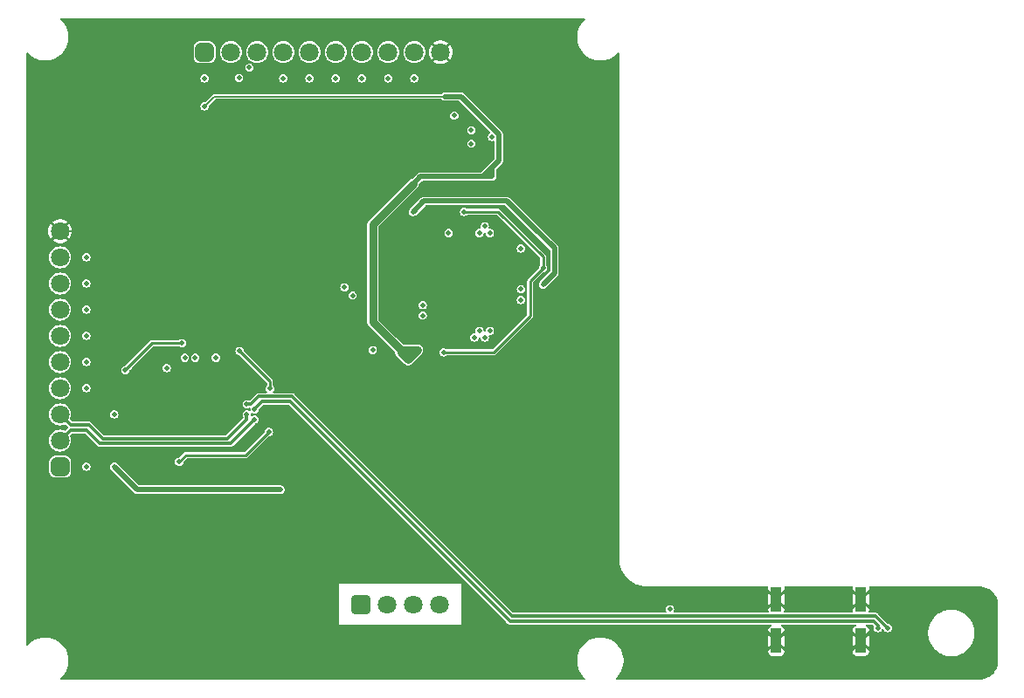
<source format=gbr>
%TF.GenerationSoftware,KiCad,Pcbnew,8.0.2*%
%TF.CreationDate,2024-05-14T20:52:20+07:00*%
%TF.ProjectId,HW.ACIM-DBG,48572e41-4349-44d2-9d44-42472e6b6963,0.0*%
%TF.SameCoordinates,Original*%
%TF.FileFunction,Copper,L4,Bot*%
%TF.FilePolarity,Positive*%
%FSLAX46Y46*%
G04 Gerber Fmt 4.6, Leading zero omitted, Abs format (unit mm)*
G04 Created by KiCad (PCBNEW 8.0.2) date 2024-05-14 20:52:20*
%MOMM*%
%LPD*%
G01*
G04 APERTURE LIST*
G04 Aperture macros list*
%AMRoundRect*
0 Rectangle with rounded corners*
0 $1 Rounding radius*
0 $2 $3 $4 $5 $6 $7 $8 $9 X,Y pos of 4 corners*
0 Add a 4 corners polygon primitive as box body*
4,1,4,$2,$3,$4,$5,$6,$7,$8,$9,$2,$3,0*
0 Add four circle primitives for the rounded corners*
1,1,$1+$1,$2,$3*
1,1,$1+$1,$4,$5*
1,1,$1+$1,$6,$7*
1,1,$1+$1,$8,$9*
0 Add four rect primitives between the rounded corners*
20,1,$1+$1,$2,$3,$4,$5,0*
20,1,$1+$1,$4,$5,$6,$7,0*
20,1,$1+$1,$6,$7,$8,$9,0*
20,1,$1+$1,$8,$9,$2,$3,0*%
G04 Aperture macros list end*
%TA.AperFunction,ComponentPad*%
%ADD10RoundRect,0.450000X-0.450000X-0.450000X0.450000X-0.450000X0.450000X0.450000X-0.450000X0.450000X0*%
%TD*%
%TA.AperFunction,ComponentPad*%
%ADD11C,1.800000*%
%TD*%
%TA.AperFunction,ComponentPad*%
%ADD12RoundRect,0.450000X0.450000X-0.450000X0.450000X0.450000X-0.450000X0.450000X-0.450000X-0.450000X0*%
%TD*%
%TA.AperFunction,ComponentPad*%
%ADD13RoundRect,0.220000X-0.330000X0.980000X-0.330000X-0.980000X0.330000X-0.980000X0.330000X0.980000X0*%
%TD*%
%TA.AperFunction,ComponentPad*%
%ADD14RoundRect,0.250000X0.650000X-0.650000X0.650000X0.650000X-0.650000X0.650000X-0.650000X-0.650000X0*%
%TD*%
%TA.AperFunction,ViaPad*%
%ADD15C,0.480000*%
%TD*%
%TA.AperFunction,Conductor*%
%ADD16C,0.160000*%
%TD*%
%TA.AperFunction,Conductor*%
%ADD17C,0.500000*%
%TD*%
%TA.AperFunction,Conductor*%
%ADD18C,0.750000*%
%TD*%
%TA.AperFunction,Conductor*%
%ADD19C,0.250000*%
%TD*%
%TA.AperFunction,Conductor*%
%ADD20C,0.320000*%
%TD*%
G04 APERTURE END LIST*
D10*
%TO.P,J1,1,1*%
%TO.N,/USB HUB/INV_VBUS*%
X127432700Y-38950000D03*
D11*
%TO.P,J1,2,2*%
%TO.N,/USB HUB/USB7_N*%
X129972700Y-38950000D03*
%TO.P,J1,3,3*%
%TO.N,/USB HUB/USB7_P*%
X132512700Y-38950000D03*
%TO.P,J1,4,4*%
%TO.N,/USB HUB/INV_TXD1*%
X135052700Y-38950000D03*
%TO.P,J1,5,5*%
%TO.N,/USB HUB/INV_RXD1*%
X137592700Y-38950000D03*
%TO.P,J1,6,6*%
%TO.N,/USB HUB/INV_TXD2*%
X140132700Y-38950000D03*
%TO.P,J1,7,7*%
%TO.N,/USB HUB/INV_RXD2*%
X142672700Y-38950000D03*
%TO.P,J1,8,8*%
%TO.N,/USB HUB/INV_RTS2*%
X145212700Y-38950000D03*
%TO.P,J1,9,9*%
%TO.N,/USB HUB/INV_CTS2*%
X147752700Y-38950000D03*
%TO.P,J1,10,10*%
%TO.N,GND*%
X150292700Y-38950000D03*
%TD*%
D12*
%TO.P,J3,1,1*%
%TO.N,/USB HUB/PSU_VBUS*%
X113425000Y-79180200D03*
D11*
%TO.P,J3,2,2*%
%TO.N,/USB HUB/USB5_N*%
X113425000Y-76640200D03*
%TO.P,J3,3,3*%
%TO.N,/USB HUB/USB5_P*%
X113425000Y-74100200D03*
%TO.P,J3,4,4*%
%TO.N,/USB HUB/PSU_TXD1*%
X113425000Y-71560200D03*
%TO.P,J3,5,5*%
%TO.N,/USB HUB/PSU_RXD1*%
X113425000Y-69020200D03*
%TO.P,J3,6,6*%
%TO.N,/USB HUB/PSU_TXD2*%
X113425000Y-66480200D03*
%TO.P,J3,7,7*%
%TO.N,/USB HUB/PSU_RXD2*%
X113425000Y-63940200D03*
%TO.P,J3,8,8*%
%TO.N,/USB HUB/PSU_RTS2*%
X113425000Y-61400200D03*
%TO.P,J3,9,9*%
%TO.N,/USB HUB/PSU_CTS2*%
X113425000Y-58860200D03*
%TO.P,J3,10,10*%
%TO.N,GND*%
X113425000Y-56320200D03*
%TD*%
D13*
%TO.P,J2,6,CASE*%
%TO.N,GND*%
X182825100Y-96075100D03*
%TO.P,J2,7,CASE*%
X182825100Y-92025100D03*
%TO.P,J2,8,CASE*%
X191025100Y-92025100D03*
%TO.P,J2,9,CASE*%
X191025100Y-96075100D03*
%TD*%
D14*
%TO.P,J4,1,1*%
%TO.N,GND_ISO*%
X142552700Y-92575000D03*
D11*
%TO.P,J4,2,2*%
%TO.N,/USB HUB/USB1_P*%
X145092700Y-92575000D03*
%TO.P,J4,3,3*%
%TO.N,/USB HUB/USB1_N*%
X147632700Y-92575000D03*
%TO.P,J4,4,4*%
%TO.N,Net-(F1-Pad1)*%
X150172700Y-92575000D03*
%TD*%
D15*
%TO.N,GND*%
X123067000Y-82450200D03*
X120562700Y-41150000D03*
X131762700Y-78700000D03*
X110562700Y-94450000D03*
X153574385Y-79150000D03*
X134762700Y-64550000D03*
X115562700Y-39450000D03*
X131574385Y-85150000D03*
X186087500Y-99412500D03*
X143725000Y-66250000D03*
X176087500Y-99412500D03*
X155325000Y-59250000D03*
X133574385Y-83150000D03*
X160562700Y-41150000D03*
X151325000Y-61250000D03*
X129574385Y-93150000D03*
X159774385Y-90850000D03*
X142162700Y-75150000D03*
X186887500Y-92912500D03*
X160562700Y-36150000D03*
X156075000Y-51750000D03*
X125562700Y-56150000D03*
X110562700Y-69450000D03*
X110562700Y-84450000D03*
X150562700Y-36150000D03*
X135562700Y-46150000D03*
X115562700Y-54450000D03*
X199787500Y-91212500D03*
X121375000Y-75700200D03*
X155325000Y-61250000D03*
X146425000Y-62550000D03*
X157562700Y-75650000D03*
X110562700Y-59450000D03*
X146425000Y-59000000D03*
X129217000Y-66450200D03*
X125562700Y-46150000D03*
X146525000Y-46100000D03*
X140562700Y-36150000D03*
X135562700Y-36150000D03*
X155562700Y-36150000D03*
X203862700Y-92750000D03*
X162162700Y-70150000D03*
X125062700Y-95450000D03*
X126017000Y-66450200D03*
X126067000Y-82650200D03*
X120562700Y-61150000D03*
X163602700Y-95350000D03*
X120562700Y-65650000D03*
X120562700Y-56150000D03*
X126067000Y-74050200D03*
X115562700Y-44450000D03*
X130425000Y-46600000D03*
X139862700Y-62750000D03*
X156875000Y-54500000D03*
X141425000Y-41500000D03*
X123067000Y-86450200D03*
X128967000Y-74050200D03*
X130162700Y-78700000D03*
X121375000Y-72500200D03*
X130562700Y-36150000D03*
X167162700Y-50150000D03*
X162162700Y-55150000D03*
X155325000Y-63250000D03*
X130425000Y-62600000D03*
X120562700Y-51150000D03*
X161502700Y-96850000D03*
X133962700Y-66650000D03*
X194087500Y-98412500D03*
X195787500Y-99412500D03*
X110562700Y-74450000D03*
X146025000Y-54450000D03*
X135562700Y-71150000D03*
X167162700Y-70150000D03*
X159774385Y-86550000D03*
X153275000Y-59250000D03*
X145562700Y-36150000D03*
X125562700Y-61750000D03*
X127517000Y-72600200D03*
X124012700Y-94550000D03*
X132562700Y-64350000D03*
X115562700Y-36150000D03*
X140562700Y-56150000D03*
X203887500Y-95312500D03*
X121962700Y-99450000D03*
X128562700Y-78700000D03*
X151325000Y-63250000D03*
X164174385Y-92550000D03*
X159774385Y-82950000D03*
X132425000Y-58600000D03*
X121375000Y-74100200D03*
X167162700Y-40150000D03*
X202362700Y-99350000D03*
X110562700Y-89450000D03*
X143925000Y-41500000D03*
X132425000Y-48600000D03*
X150725000Y-41150000D03*
X152162700Y-70150000D03*
X157962700Y-45150000D03*
X126962700Y-97825000D03*
X140562700Y-64550000D03*
X146025000Y-56050000D03*
X195787500Y-91212500D03*
X125562700Y-36150000D03*
X154475000Y-51750000D03*
X135562700Y-62750000D03*
X125067000Y-85650200D03*
X199787500Y-99412500D03*
X130425000Y-50600000D03*
X116962700Y-99450000D03*
X130425000Y-58600000D03*
X179275100Y-96580100D03*
X151325000Y-59300000D03*
X167162700Y-45150000D03*
X147975000Y-59000000D03*
X124067000Y-89450200D03*
X162162700Y-75175000D03*
X195787500Y-95312500D03*
X157574385Y-79150000D03*
X130312700Y-99450000D03*
X123067000Y-88450200D03*
X147162700Y-75150000D03*
X157562700Y-76550000D03*
X135562700Y-56150000D03*
X128967000Y-71150200D03*
X129574385Y-90150000D03*
X193287500Y-99412500D03*
X146425000Y-66250000D03*
X126067000Y-72600200D03*
X162174385Y-84350000D03*
X175624385Y-91077911D03*
X130425000Y-64600000D03*
X132425000Y-44600000D03*
X116962700Y-94450000D03*
X127617000Y-66450200D03*
X130817000Y-68850200D03*
X159802700Y-95350000D03*
X123067000Y-84450200D03*
X140562700Y-46150000D03*
X110562700Y-64450000D03*
X167162700Y-85150000D03*
X129574385Y-87150000D03*
X128967000Y-72600200D03*
X146525000Y-41500000D03*
X125062700Y-93825000D03*
X157562700Y-77450000D03*
X127517000Y-71150200D03*
X151625000Y-50300000D03*
X116962700Y-89450000D03*
X167162700Y-90150000D03*
X135562700Y-76150000D03*
X125067000Y-89450200D03*
X132425000Y-52600000D03*
X162162700Y-65150000D03*
X202362700Y-91250000D03*
X194087500Y-96612500D03*
X115562700Y-49450000D03*
X126067000Y-71150200D03*
X140562700Y-51150000D03*
X146425000Y-57400000D03*
X122817000Y-66450200D03*
X203862700Y-97950000D03*
X130425000Y-42700000D03*
X153325000Y-63250000D03*
X132462700Y-41450000D03*
X167162700Y-65150000D03*
X153325000Y-49125000D03*
X132425000Y-61600000D03*
X148575000Y-62500000D03*
X125562700Y-51150000D03*
X157162700Y-70150000D03*
X128067000Y-88600200D03*
X110562700Y-79450000D03*
X180875100Y-96580100D03*
X116962700Y-84450000D03*
X118675000Y-75700200D03*
X167162700Y-60150000D03*
X161087500Y-99412500D03*
X110562700Y-44450000D03*
X110562700Y-54450000D03*
X125562700Y-41150000D03*
X130425000Y-54600000D03*
X142162700Y-70150000D03*
X139574385Y-79150000D03*
X163212700Y-75900000D03*
X124962700Y-80425000D03*
X167162700Y-80150000D03*
X110562700Y-49450000D03*
X149574385Y-79150000D03*
X135562700Y-51150000D03*
X126962700Y-99450000D03*
X137562700Y-64550000D03*
X125967000Y-78700200D03*
X120562700Y-36150000D03*
X132425000Y-55600000D03*
X125067000Y-83650200D03*
X155562700Y-41150000D03*
X167162700Y-75150000D03*
X125067000Y-87650200D03*
X130817000Y-66450200D03*
X181087500Y-99412500D03*
X121375000Y-70900200D03*
X171256350Y-99243650D03*
X167162700Y-55150000D03*
X143574385Y-79150000D03*
X157975000Y-50150000D03*
X153325000Y-61250000D03*
X120562700Y-46150000D03*
X123362700Y-78700000D03*
X161112700Y-75900000D03*
X115562700Y-74450000D03*
X170924385Y-92277911D03*
X127517000Y-74050200D03*
X174174385Y-94850000D03*
%TO.N,+3V3*%
X150725000Y-43250000D03*
X143725000Y-59000000D03*
X134767000Y-81400200D03*
X148050000Y-67850000D03*
X118675000Y-79180200D03*
X143725000Y-64650000D03*
X127067000Y-81400200D03*
X155275000Y-50150000D03*
X147150000Y-68800000D03*
X118675000Y-74100200D03*
X133867000Y-81400200D03*
X146425000Y-67850000D03*
X147625000Y-51750000D03*
X127432700Y-44200000D03*
X155275000Y-51025000D03*
%TO.N,Net-(C26-Pad2)*%
X125225000Y-67175200D03*
X119750000Y-69800200D03*
%TO.N,Net-(C28-Pad2)*%
X124962700Y-78700000D03*
X130817000Y-67950200D03*
X133667000Y-75800200D03*
X133767000Y-71600200D03*
%TO.N,Net-(U5-VREGOUT)*%
X160225000Y-61500000D03*
X159275000Y-55925000D03*
X147625000Y-54450000D03*
%TO.N,Net-(C48-Pad2)*%
X152575000Y-54450000D03*
X160225000Y-59900000D03*
X150575000Y-68075000D03*
%TO.N,/USB HUB/USB7_P*%
X130762700Y-41450000D03*
X131762700Y-40450000D03*
%TO.N,Net-(U5-ADBUS0{slash}TXD)*%
X115975000Y-69020200D03*
X148575000Y-63500000D03*
%TO.N,Net-(U5-ADBUS1{slash}RXD)*%
X148575000Y-64500000D03*
X115975000Y-71560200D03*
%TO.N,Net-(U5-BDBUS0{slash}TXD)*%
X153575000Y-66650000D03*
X115975000Y-63940200D03*
%TO.N,Net-(U5-BDBUS1{slash}RXD)*%
X154075000Y-66000000D03*
X115975000Y-66480200D03*
%TO.N,Net-(U5-BDBUS2{slash}~{RTS})*%
X115975000Y-58860200D03*
X154575000Y-66650000D03*
%TO.N,Net-(U5-BDBUS3{slash}~{CTS})*%
X155075000Y-66000000D03*
X115975000Y-61400200D03*
%TO.N,Net-(U5-CDBUS0{slash}TXD)*%
X158075000Y-63000000D03*
X137592700Y-41500000D03*
%TO.N,Net-(U5-CDBUS1{slash}RXD)*%
X158075000Y-61950000D03*
X135052700Y-41500000D03*
%TO.N,Net-(U5-DDBUS0{slash}TXD)*%
X158075000Y-58000000D03*
X142672700Y-41500000D03*
%TO.N,Net-(U5-DDBUS1{slash}RXD)*%
X140132700Y-41500000D03*
X155075000Y-56500000D03*
%TO.N,Net-(U5-DDBUS2{slash}~{RTS})*%
X154575000Y-55850000D03*
X147752700Y-41500000D03*
%TO.N,Net-(U5-DDBUS3{slash}~{CTS})*%
X145225000Y-41500000D03*
X154075000Y-56500000D03*
%TO.N,/VCP/EECS*%
X155275000Y-47175000D03*
X151625000Y-45100000D03*
%TO.N,/VCP/EECLK*%
X153275000Y-46525000D03*
%TO.N,/VCP/~{PWREN}*%
X151075000Y-56500000D03*
X153275000Y-47825000D03*
%TO.N,/USB HUB/USB4_N*%
X140975000Y-61750000D03*
X141775000Y-62550000D03*
%TO.N,/USB HUB/USB3_P*%
X131517000Y-73100200D03*
X193625100Y-94830100D03*
%TO.N,/USB HUB/USB3_N*%
X132267000Y-73600200D03*
X192675100Y-94830100D03*
%TO.N,/USB HUB/USB5_N*%
X132267000Y-74600200D03*
%TO.N,/USB HUB/USB5_P*%
X131517000Y-74100200D03*
%TO.N,Net-(U2-PRTPWR1{slash}BC_EN1)*%
X128517000Y-68600200D03*
X115975000Y-79180200D03*
%TO.N,Net-(U2-PRTPWR2{slash}BC_EN2)*%
X172524385Y-93002911D03*
X126517000Y-68600200D03*
%TO.N,Net-(U2-PRTPWR3{slash}BC_EN3)*%
X143725000Y-67850000D03*
X125517000Y-68600200D03*
%TO.N,Net-(U2-PRTPWR4{slash}BC_EN4)*%
X123767000Y-69600200D03*
X127432700Y-41500000D03*
%TD*%
D16*
%TO.N,GND*%
X117452900Y-56320200D02*
X113425000Y-56320200D01*
X119382700Y-63015900D02*
X119382700Y-58250000D01*
X122817000Y-66450200D02*
X119382700Y-63015900D01*
X119382700Y-58250000D02*
X117452900Y-56320200D01*
D17*
%TO.N,+3V3*%
X155275000Y-50550000D02*
X155275000Y-51025000D01*
D18*
X143725000Y-57500000D02*
X143725000Y-55650000D01*
D17*
X148350000Y-51025000D02*
X147625000Y-51750000D01*
X155925000Y-46900000D02*
X152275000Y-43250000D01*
X120895000Y-81400200D02*
X118675000Y-79180200D01*
D16*
X128382700Y-43250000D02*
X150725000Y-43250000D01*
X133867000Y-81400200D02*
X133567000Y-81400200D01*
X147150000Y-68750000D02*
X147150000Y-68850000D01*
D17*
X155675000Y-49750000D02*
X154400000Y-51025000D01*
X155275000Y-50150000D02*
X155675000Y-49750000D01*
X155675000Y-49750000D02*
X155925000Y-49500000D01*
X127067000Y-81400200D02*
X120895000Y-81400200D01*
D18*
X143725000Y-59000000D02*
X143725000Y-57500000D01*
D17*
X155925000Y-49500000D02*
X155925000Y-46900000D01*
D18*
X143725000Y-65150000D02*
X146425000Y-67850000D01*
D17*
X133567000Y-81400200D02*
X134767000Y-81400200D01*
X155275000Y-50550000D02*
X155275000Y-50575000D01*
D16*
X146425000Y-68075000D02*
X146600000Y-68250000D01*
D17*
X152275000Y-43250000D02*
X150725000Y-43250000D01*
D18*
X147650000Y-68250000D02*
X147150000Y-68750000D01*
X148050000Y-67850000D02*
X147650000Y-68250000D01*
D16*
X146600000Y-68250000D02*
X147650000Y-68250000D01*
D18*
X143725000Y-55650000D02*
X147625000Y-51750000D01*
X143725000Y-64650000D02*
X143725000Y-65150000D01*
D17*
X154825000Y-51025000D02*
X154075000Y-51025000D01*
D18*
X143725000Y-57500000D02*
X143725000Y-64650000D01*
D17*
X155275000Y-50150000D02*
X155275000Y-50550000D01*
X133567000Y-81400200D02*
X127067000Y-81400200D01*
X155275000Y-51025000D02*
X154825000Y-51025000D01*
D16*
X127432700Y-44200000D02*
X128382700Y-43250000D01*
D17*
X154400000Y-51025000D02*
X154075000Y-51025000D01*
X155275000Y-50575000D02*
X154825000Y-51025000D01*
D16*
X146425000Y-68075000D02*
X146425000Y-67850000D01*
D18*
X147150000Y-68800000D02*
X146425000Y-68075000D01*
X146425000Y-67850000D02*
X148000000Y-67850000D01*
D17*
X154075000Y-51025000D02*
X148350000Y-51025000D01*
D19*
%TO.N,Net-(C26-Pad2)*%
X122375000Y-67175200D02*
X125225000Y-67175200D01*
X119750000Y-69800200D02*
X122375000Y-67175200D01*
%TO.N,Net-(C28-Pad2)*%
X125612700Y-78050000D02*
X131417200Y-78050000D01*
X131417200Y-78050000D02*
X133667000Y-75800200D01*
X133767000Y-71600200D02*
X133767000Y-70900200D01*
X133767000Y-70900200D02*
X130817000Y-67950200D01*
X124962700Y-78700000D02*
X125612700Y-78050000D01*
D17*
%TO.N,Net-(U5-VREGOUT)*%
X148675000Y-53400000D02*
X156750000Y-53400000D01*
X161325000Y-60400000D02*
X161325000Y-57975000D01*
X147625000Y-54450000D02*
X148675000Y-53400000D01*
X160225000Y-61500000D02*
X161325000Y-60400000D01*
X156750000Y-53400000D02*
X159275000Y-55925000D01*
X161325000Y-57975000D02*
X159275000Y-55925000D01*
D19*
%TO.N,Net-(C48-Pad2)*%
X155875000Y-54450000D02*
X160225000Y-58800000D01*
X160225000Y-59900000D02*
X158975000Y-61150000D01*
X158975000Y-61150000D02*
X158975000Y-64525000D01*
X155425000Y-68075000D02*
X150575000Y-68075000D01*
X152575000Y-54450000D02*
X155875000Y-54450000D01*
X160225000Y-58800000D02*
X160225000Y-59900000D01*
X158975000Y-64525000D02*
X155425000Y-68075000D01*
D20*
%TO.N,/USB HUB/USB3_P*%
X131927588Y-73100200D02*
X131517000Y-73100200D01*
X135912800Y-72355100D02*
X132672688Y-72355100D01*
X193625100Y-94830100D02*
X192468000Y-93673000D01*
X132672688Y-72355100D02*
X131927588Y-73100200D01*
X157230700Y-93673000D02*
X135912800Y-72355100D01*
X192468000Y-93673000D02*
X157230700Y-93673000D01*
%TO.N,/USB HUB/USB3_N*%
X192675100Y-94558923D02*
X192269177Y-94153000D01*
X192269177Y-94153000D02*
X157010700Y-94153000D01*
X157010700Y-94153000D02*
X135692800Y-72835100D01*
X135692800Y-72835100D02*
X133032100Y-72835100D01*
X192675100Y-94830100D02*
X192675100Y-94558923D01*
X133032100Y-72835100D02*
X132267000Y-73600200D01*
%TO.N,/USB HUB/USB5_N*%
X113425000Y-76640200D02*
X114441000Y-75624200D01*
X129927000Y-76940200D02*
X132267000Y-74600200D01*
X115965000Y-75624200D02*
X117281000Y-76940200D01*
X114441000Y-75624200D02*
X115965000Y-75624200D01*
X117281000Y-76940200D02*
X129927000Y-76940200D01*
%TO.N,/USB HUB/USB5_P*%
X117563000Y-76460200D02*
X129632890Y-76460200D01*
X114441000Y-75116200D02*
X116219000Y-75116200D01*
X116219000Y-75116200D02*
X117563000Y-76460200D01*
X131517000Y-74576090D02*
X131517000Y-74100200D01*
X113425000Y-74100200D02*
X114441000Y-75116200D01*
X129632890Y-76460200D02*
X131517000Y-74576090D01*
%TD*%
%TA.AperFunction,Conductor*%
%TO.N,GND*%
G36*
X164260996Y-35669407D02*
G01*
X164296960Y-35718907D01*
X164296960Y-35780093D01*
X164272810Y-35819501D01*
X164128497Y-35963815D01*
X164079348Y-36012964D01*
X163899764Y-36247002D01*
X163752253Y-36502500D01*
X163639361Y-36775046D01*
X163603580Y-36908584D01*
X163563007Y-37060007D01*
X163563006Y-37060011D01*
X163563006Y-37060013D01*
X163524500Y-37352493D01*
X163524500Y-37647506D01*
X163558379Y-37904844D01*
X163563007Y-37939993D01*
X163596224Y-38063960D01*
X163639361Y-38224953D01*
X163752253Y-38497499D01*
X163752255Y-38497503D01*
X163752257Y-38497507D01*
X163893476Y-38742106D01*
X163899764Y-38752997D01*
X164079348Y-38987035D01*
X164079350Y-38987037D01*
X164079354Y-38987042D01*
X164287958Y-39195646D01*
X164287962Y-39195649D01*
X164287964Y-39195651D01*
X164367925Y-39257007D01*
X164522006Y-39375238D01*
X164777493Y-39522743D01*
X164777499Y-39522745D01*
X164777500Y-39522746D01*
X164862592Y-39557992D01*
X165050048Y-39635639D01*
X165335007Y-39711993D01*
X165627494Y-39750500D01*
X165627495Y-39750500D01*
X165922505Y-39750500D01*
X165922506Y-39750500D01*
X166214993Y-39711993D01*
X166499952Y-39635639D01*
X166772507Y-39522743D01*
X167027994Y-39375238D01*
X167262042Y-39195646D01*
X167455498Y-39002189D01*
X167510013Y-38974414D01*
X167570445Y-38983985D01*
X167613710Y-39027250D01*
X167624500Y-39072195D01*
X167624500Y-88273865D01*
X167657831Y-88569671D01*
X167657832Y-88569677D01*
X167724076Y-88859912D01*
X167822398Y-89140899D01*
X167822399Y-89140902D01*
X167951557Y-89409102D01*
X167951561Y-89409109D01*
X167951565Y-89409117D01*
X168109950Y-89661185D01*
X168295562Y-89893934D01*
X168506066Y-90104438D01*
X168738815Y-90290050D01*
X168990883Y-90448435D01*
X168990894Y-90448440D01*
X168990897Y-90448442D01*
X169014794Y-90459950D01*
X169259099Y-90577601D01*
X169390270Y-90623499D01*
X169540087Y-90675923D01*
X169540090Y-90675923D01*
X169540091Y-90675924D01*
X169830325Y-90742168D01*
X169910096Y-90751156D01*
X170126134Y-90775499D01*
X170126150Y-90775499D01*
X170126151Y-90775500D01*
X170222273Y-90775500D01*
X181951441Y-90775500D01*
X182009632Y-90794407D01*
X182045596Y-90843907D01*
X182045596Y-90905093D01*
X182044199Y-90909097D01*
X182031119Y-90944165D01*
X182031117Y-90944172D01*
X182025100Y-91000148D01*
X182025100Y-91048322D01*
X182575100Y-91598322D01*
X182575100Y-91951878D01*
X182025100Y-91401878D01*
X182025100Y-92648321D01*
X182575100Y-92098320D01*
X182575100Y-92451875D01*
X182025100Y-93001874D01*
X182025100Y-93050047D01*
X182025101Y-93050055D01*
X182031117Y-93106030D01*
X182031118Y-93106035D01*
X182073216Y-93218904D01*
X182075836Y-93280033D01*
X182042025Y-93331027D01*
X181984697Y-93352409D01*
X181980458Y-93352500D01*
X172957305Y-93352500D01*
X172899114Y-93333593D01*
X172863150Y-93284093D01*
X172863150Y-93222907D01*
X172869096Y-93208554D01*
X172910031Y-93128215D01*
X172929877Y-93002911D01*
X172910031Y-92877607D01*
X172852435Y-92764569D01*
X172762727Y-92674861D01*
X172671229Y-92628240D01*
X172649692Y-92617266D01*
X172649689Y-92617265D01*
X172524385Y-92597419D01*
X172399081Y-92617265D01*
X172399077Y-92617266D01*
X172286044Y-92674860D01*
X172196334Y-92764570D01*
X172138740Y-92877603D01*
X172138739Y-92877607D01*
X172118893Y-93002910D01*
X172118893Y-93002911D01*
X172138739Y-93128214D01*
X172138740Y-93128218D01*
X172179674Y-93208554D01*
X172189246Y-93268986D01*
X172161469Y-93323503D01*
X172106953Y-93351281D01*
X172091465Y-93352500D01*
X157404464Y-93352500D01*
X157346273Y-93333593D01*
X157334460Y-93323504D01*
X136169265Y-72158310D01*
X136169264Y-72158308D01*
X136109592Y-72098636D01*
X136109589Y-72098634D01*
X136036512Y-72056442D01*
X136036509Y-72056441D01*
X135954995Y-72034600D01*
X135954993Y-72034600D01*
X134137999Y-72034600D01*
X134079808Y-72015693D01*
X134043844Y-71966193D01*
X134043844Y-71905007D01*
X134067993Y-71865598D01*
X134095050Y-71838542D01*
X134152646Y-71725504D01*
X134172492Y-71600200D01*
X134152646Y-71474896D01*
X134095050Y-71361858D01*
X134095047Y-71361855D01*
X134081495Y-71348302D01*
X134053718Y-71293784D01*
X134052500Y-71278300D01*
X134052500Y-70862614D01*
X134037514Y-70806685D01*
X134033044Y-70790001D01*
X134033042Y-70789998D01*
X134033042Y-70789996D01*
X133995460Y-70724903D01*
X133995456Y-70724898D01*
X133942301Y-70671742D01*
X133942301Y-70671743D01*
X131245563Y-67975005D01*
X131217786Y-67920488D01*
X131206622Y-67850000D01*
X143319508Y-67850000D01*
X143335297Y-67949692D01*
X143339354Y-67975303D01*
X143339355Y-67975307D01*
X143388527Y-68071811D01*
X143396950Y-68088342D01*
X143486658Y-68178050D01*
X143599696Y-68235646D01*
X143725000Y-68255492D01*
X143850304Y-68235646D01*
X143963342Y-68178050D01*
X144053050Y-68088342D01*
X144110646Y-67975304D01*
X144130492Y-67850000D01*
X144110646Y-67724696D01*
X144053050Y-67611658D01*
X143963342Y-67521950D01*
X143959406Y-67519944D01*
X143850307Y-67464355D01*
X143850304Y-67464354D01*
X143725000Y-67444508D01*
X143599696Y-67464354D01*
X143599692Y-67464355D01*
X143486659Y-67521949D01*
X143396949Y-67611659D01*
X143339355Y-67724692D01*
X143339354Y-67724696D01*
X143335830Y-67746949D01*
X143319508Y-67850000D01*
X131206622Y-67850000D01*
X131202646Y-67824896D01*
X131145050Y-67711858D01*
X131055342Y-67622150D01*
X131051406Y-67620144D01*
X130942307Y-67564555D01*
X130942304Y-67564554D01*
X130817000Y-67544708D01*
X130691696Y-67564554D01*
X130691692Y-67564555D01*
X130578659Y-67622149D01*
X130488949Y-67711859D01*
X130431355Y-67824892D01*
X130431354Y-67824896D01*
X130411508Y-67950199D01*
X130411508Y-67950200D01*
X130431354Y-68075503D01*
X130431355Y-68075507D01*
X130437894Y-68088340D01*
X130488950Y-68188542D01*
X130578658Y-68278250D01*
X130691696Y-68335846D01*
X130787288Y-68350986D01*
X130841805Y-68378763D01*
X133452504Y-70989462D01*
X133480281Y-71043979D01*
X133481500Y-71059466D01*
X133481500Y-71278300D01*
X133462593Y-71336491D01*
X133452505Y-71348302D01*
X133438952Y-71361855D01*
X133438950Y-71361858D01*
X133381355Y-71474892D01*
X133381354Y-71474896D01*
X133361508Y-71600199D01*
X133361508Y-71600200D01*
X133381354Y-71725503D01*
X133381355Y-71725507D01*
X133418568Y-71798540D01*
X133438950Y-71838542D01*
X133466006Y-71865598D01*
X133493782Y-71920113D01*
X133484211Y-71980545D01*
X133440946Y-72023810D01*
X133396001Y-72034600D01*
X132720962Y-72034600D01*
X132720946Y-72034599D01*
X132714883Y-72034599D01*
X132630494Y-72034599D01*
X132583436Y-72047207D01*
X132548983Y-72056439D01*
X132548975Y-72056442D01*
X132524200Y-72070746D01*
X132519876Y-72073244D01*
X132509802Y-72079060D01*
X132475897Y-72098634D01*
X132475895Y-72098636D01*
X132416223Y-72158307D01*
X132416224Y-72158308D01*
X131837365Y-72737167D01*
X131782848Y-72764944D01*
X131722416Y-72755373D01*
X131642304Y-72714554D01*
X131517000Y-72694708D01*
X131391696Y-72714554D01*
X131391692Y-72714555D01*
X131278659Y-72772149D01*
X131188949Y-72861859D01*
X131131355Y-72974892D01*
X131131354Y-72974896D01*
X131111508Y-73100200D01*
X131120475Y-73156819D01*
X131131354Y-73225503D01*
X131131355Y-73225507D01*
X131186944Y-73334606D01*
X131188950Y-73338542D01*
X131278658Y-73428250D01*
X131391696Y-73485846D01*
X131483547Y-73500393D01*
X131496334Y-73502419D01*
X131512427Y-73510618D01*
X131537665Y-73502419D01*
X131642304Y-73485846D01*
X131727332Y-73442521D01*
X131787762Y-73432950D01*
X131842279Y-73460727D01*
X131870057Y-73515243D01*
X131870057Y-73546217D01*
X131861508Y-73600197D01*
X131861508Y-73600201D01*
X131870057Y-73654182D01*
X131860485Y-73714614D01*
X131817220Y-73757878D01*
X131756788Y-73767449D01*
X131727331Y-73757877D01*
X131642310Y-73714556D01*
X131642305Y-73714554D01*
X131642304Y-73714554D01*
X131537664Y-73697980D01*
X131521571Y-73689781D01*
X131496334Y-73697981D01*
X131391696Y-73714554D01*
X131391692Y-73714555D01*
X131278659Y-73772149D01*
X131188949Y-73861859D01*
X131131355Y-73974892D01*
X131131354Y-73974896D01*
X131111509Y-74100196D01*
X131111508Y-74100200D01*
X131126476Y-74194708D01*
X131131354Y-74225503D01*
X131131355Y-74225507D01*
X131138573Y-74239672D01*
X131185709Y-74332182D01*
X131196500Y-74377126D01*
X131196500Y-74402327D01*
X131177593Y-74460518D01*
X131167504Y-74472331D01*
X129529131Y-76110704D01*
X129474614Y-76138481D01*
X129459127Y-76139700D01*
X117736763Y-76139700D01*
X117678572Y-76120793D01*
X117666759Y-76110704D01*
X116475465Y-74919410D01*
X116475464Y-74919408D01*
X116415792Y-74859736D01*
X116415789Y-74859734D01*
X116342712Y-74817542D01*
X116342709Y-74817541D01*
X116261195Y-74795700D01*
X116261193Y-74795700D01*
X114614763Y-74795700D01*
X114556572Y-74776793D01*
X114544759Y-74766704D01*
X114418428Y-74640373D01*
X114390651Y-74585856D01*
X114400222Y-74525424D01*
X114401123Y-74523699D01*
X114409513Y-74508002D01*
X114409515Y-74507999D01*
X114470155Y-74308094D01*
X114470156Y-74308089D01*
X114490631Y-74100203D01*
X114490631Y-74100200D01*
X118269508Y-74100200D01*
X118284476Y-74194708D01*
X118289354Y-74225503D01*
X118289355Y-74225507D01*
X118296573Y-74239672D01*
X118346950Y-74338542D01*
X118436658Y-74428250D01*
X118549696Y-74485846D01*
X118675000Y-74505692D01*
X118800304Y-74485846D01*
X118913342Y-74428250D01*
X119003050Y-74338542D01*
X119060646Y-74225504D01*
X119080492Y-74100200D01*
X119080491Y-74100196D01*
X119071942Y-74046218D01*
X119060646Y-73974896D01*
X119003050Y-73861858D01*
X118913342Y-73772150D01*
X118885330Y-73757877D01*
X118800307Y-73714555D01*
X118800304Y-73714554D01*
X118675000Y-73694708D01*
X118549696Y-73714554D01*
X118549692Y-73714555D01*
X118436659Y-73772149D01*
X118346949Y-73861859D01*
X118289355Y-73974892D01*
X118289354Y-73974896D01*
X118269509Y-74100196D01*
X118269508Y-74100200D01*
X114490631Y-74100200D01*
X114490631Y-74100196D01*
X114470156Y-73892310D01*
X114470155Y-73892305D01*
X114429377Y-73757878D01*
X114409515Y-73692401D01*
X114389087Y-73654182D01*
X114311047Y-73508178D01*
X114311042Y-73508171D01*
X114311040Y-73508167D01*
X114239258Y-73420700D01*
X114178519Y-73346689D01*
X114178510Y-73346680D01*
X114030859Y-73225507D01*
X114017033Y-73214160D01*
X114017030Y-73214158D01*
X114017021Y-73214152D01*
X113832804Y-73115687D01*
X113832799Y-73115685D01*
X113632894Y-73055044D01*
X113632889Y-73055043D01*
X113425003Y-73034569D01*
X113424997Y-73034569D01*
X113217110Y-73055043D01*
X113217105Y-73055044D01*
X113017200Y-73115685D01*
X113017195Y-73115687D01*
X112832978Y-73214152D01*
X112832968Y-73214159D01*
X112671489Y-73346680D01*
X112671480Y-73346689D01*
X112538959Y-73508168D01*
X112538952Y-73508178D01*
X112440487Y-73692395D01*
X112440485Y-73692400D01*
X112379844Y-73892305D01*
X112379843Y-73892310D01*
X112359369Y-74100196D01*
X112359369Y-74100203D01*
X112379843Y-74308089D01*
X112379844Y-74308094D01*
X112440485Y-74507999D01*
X112440487Y-74508004D01*
X112538952Y-74692221D01*
X112538958Y-74692230D01*
X112538960Y-74692233D01*
X112594222Y-74759570D01*
X112671480Y-74853710D01*
X112671489Y-74853719D01*
X112746800Y-74915524D01*
X112832967Y-74986240D01*
X112832971Y-74986242D01*
X112832978Y-74986247D01*
X113017195Y-75084712D01*
X113017201Y-75084715D01*
X113156465Y-75126959D01*
X113217105Y-75145355D01*
X113217110Y-75145356D01*
X113424997Y-75165831D01*
X113425000Y-75165831D01*
X113425003Y-75165831D01*
X113632889Y-75145356D01*
X113632894Y-75145355D01*
X113832799Y-75084715D01*
X113848499Y-75076322D01*
X113908731Y-75065565D01*
X113963783Y-75092266D01*
X113965173Y-75093628D01*
X114171740Y-75300195D01*
X114199517Y-75354712D01*
X114189946Y-75415144D01*
X114171740Y-75440203D01*
X113965172Y-75646771D01*
X113910655Y-75674548D01*
X113850223Y-75664977D01*
X113848522Y-75664089D01*
X113832799Y-75655685D01*
X113632894Y-75595044D01*
X113632889Y-75595043D01*
X113425003Y-75574569D01*
X113424997Y-75574569D01*
X113217110Y-75595043D01*
X113217105Y-75595044D01*
X113017200Y-75655685D01*
X113017195Y-75655687D01*
X112832978Y-75754152D01*
X112832968Y-75754159D01*
X112671489Y-75886680D01*
X112671480Y-75886689D01*
X112538959Y-76048168D01*
X112538952Y-76048178D01*
X112440487Y-76232395D01*
X112440485Y-76232400D01*
X112379844Y-76432305D01*
X112379843Y-76432310D01*
X112359369Y-76640196D01*
X112359369Y-76640203D01*
X112379843Y-76848089D01*
X112379844Y-76848094D01*
X112440485Y-77047999D01*
X112440487Y-77048004D01*
X112538952Y-77232221D01*
X112538958Y-77232230D01*
X112538960Y-77232233D01*
X112594222Y-77299570D01*
X112671480Y-77393710D01*
X112671489Y-77393719D01*
X112746800Y-77455524D01*
X112832967Y-77526240D01*
X112832971Y-77526242D01*
X112832978Y-77526247D01*
X113017195Y-77624712D01*
X113017201Y-77624715D01*
X113156465Y-77666959D01*
X113217105Y-77685355D01*
X113217110Y-77685356D01*
X113424997Y-77705831D01*
X113425000Y-77705831D01*
X113425003Y-77705831D01*
X113632889Y-77685356D01*
X113632894Y-77685355D01*
X113832799Y-77624715D01*
X113898850Y-77589409D01*
X114017021Y-77526247D01*
X114017024Y-77526244D01*
X114017033Y-77526240D01*
X114178515Y-77393715D01*
X114311040Y-77232233D01*
X114311044Y-77232224D01*
X114311047Y-77232221D01*
X114409512Y-77048004D01*
X114409515Y-77047999D01*
X114470155Y-76848094D01*
X114470156Y-76848089D01*
X114490631Y-76640203D01*
X114490631Y-76640196D01*
X114470156Y-76432310D01*
X114470155Y-76432305D01*
X114451759Y-76371665D01*
X114409515Y-76232401D01*
X114407570Y-76228763D01*
X114401122Y-76216699D01*
X114390364Y-76156467D01*
X114417065Y-76101415D01*
X114418364Y-76100089D01*
X114544759Y-75973696D01*
X114599276Y-75945919D01*
X114614762Y-75944700D01*
X115791237Y-75944700D01*
X115849428Y-75963607D01*
X115861241Y-75973696D01*
X117024534Y-77136989D01*
X117024536Y-77136992D01*
X117084208Y-77196664D01*
X117084210Y-77196665D01*
X117157287Y-77238857D01*
X117157288Y-77238857D01*
X117157291Y-77238859D01*
X117238805Y-77260700D01*
X117238807Y-77260700D01*
X129969193Y-77260700D01*
X129969194Y-77260700D01*
X129969195Y-77260700D01*
X130050709Y-77238859D01*
X130123792Y-77196664D01*
X130183464Y-77136992D01*
X130183465Y-77136989D01*
X132301008Y-75019445D01*
X132355519Y-74991671D01*
X132392304Y-74985846D01*
X132505342Y-74928250D01*
X132595050Y-74838542D01*
X132652646Y-74725504D01*
X132672492Y-74600200D01*
X132652646Y-74474896D01*
X132595050Y-74361858D01*
X132505342Y-74272150D01*
X132441601Y-74239672D01*
X132392307Y-74214555D01*
X132392304Y-74214554D01*
X132287664Y-74197980D01*
X132271571Y-74189781D01*
X132246334Y-74197981D01*
X132141696Y-74214554D01*
X132141694Y-74214554D01*
X132056668Y-74257878D01*
X131996236Y-74267449D01*
X131941719Y-74239672D01*
X131913942Y-74185155D01*
X131913942Y-74154180D01*
X131922492Y-74100203D01*
X131922492Y-74100200D01*
X131922491Y-74100196D01*
X131913942Y-74046218D01*
X131923513Y-73985786D01*
X131966778Y-73942521D01*
X132027210Y-73932950D01*
X132056666Y-73942521D01*
X132141696Y-73985846D01*
X132233547Y-74000393D01*
X132246334Y-74002419D01*
X132262427Y-74010618D01*
X132287665Y-74002419D01*
X132392304Y-73985846D01*
X132505342Y-73928250D01*
X132595050Y-73838542D01*
X132652646Y-73725504D01*
X132658471Y-73688721D01*
X132686243Y-73634210D01*
X132774237Y-73546217D01*
X133135860Y-73184596D01*
X133190376Y-73156819D01*
X133205863Y-73155600D01*
X135519037Y-73155600D01*
X135577228Y-73174507D01*
X135589040Y-73184595D01*
X156813908Y-94409464D01*
X156838269Y-94423529D01*
X156886987Y-94451657D01*
X156886988Y-94451657D01*
X156886991Y-94451659D01*
X156968505Y-94473500D01*
X157052894Y-94473500D01*
X182268038Y-94473500D01*
X182326229Y-94492407D01*
X182362193Y-94541907D01*
X182362193Y-94603093D01*
X182326229Y-94652593D01*
X182302635Y-94665258D01*
X182267537Y-94678348D01*
X182159344Y-94759340D01*
X182159340Y-94759344D01*
X182078348Y-94867537D01*
X182031119Y-94994164D01*
X182031117Y-94994172D01*
X182025100Y-95050148D01*
X182025100Y-95098322D01*
X182575100Y-95648322D01*
X182575100Y-96001878D01*
X182025100Y-95451878D01*
X182025100Y-96698321D01*
X182575100Y-96148320D01*
X182575100Y-96501875D01*
X182025100Y-97051874D01*
X182025100Y-97100047D01*
X182025101Y-97100055D01*
X182031117Y-97156030D01*
X182031118Y-97156032D01*
X182078348Y-97282662D01*
X182159340Y-97390855D01*
X182159344Y-97390859D01*
X182267537Y-97471851D01*
X182394164Y-97519080D01*
X182394172Y-97519082D01*
X182450148Y-97525099D01*
X183200048Y-97525099D01*
X183200054Y-97525098D01*
X183256030Y-97519082D01*
X183256032Y-97519081D01*
X183382662Y-97471851D01*
X183490855Y-97390859D01*
X183490859Y-97390855D01*
X183571851Y-97282662D01*
X183619080Y-97156035D01*
X183619082Y-97156027D01*
X183625099Y-97100051D01*
X183625099Y-97051877D01*
X183075100Y-96501878D01*
X183075100Y-96148322D01*
X183625099Y-96698321D01*
X183625099Y-95451878D01*
X183075100Y-96001876D01*
X183075100Y-95648320D01*
X183625099Y-95098322D01*
X183625099Y-95050151D01*
X183625098Y-95050145D01*
X183619082Y-94994169D01*
X183619081Y-94994167D01*
X183571851Y-94867537D01*
X183490859Y-94759344D01*
X183490855Y-94759340D01*
X183382662Y-94678348D01*
X183347565Y-94665258D01*
X183299651Y-94627208D01*
X183283253Y-94568261D01*
X183304635Y-94510933D01*
X183355629Y-94477122D01*
X183382162Y-94473500D01*
X190468038Y-94473500D01*
X190526229Y-94492407D01*
X190562193Y-94541907D01*
X190562193Y-94603093D01*
X190526229Y-94652593D01*
X190502635Y-94665258D01*
X190467537Y-94678348D01*
X190359344Y-94759340D01*
X190359340Y-94759344D01*
X190278348Y-94867537D01*
X190231119Y-94994164D01*
X190231117Y-94994172D01*
X190225100Y-95050148D01*
X190225100Y-95098322D01*
X190775100Y-95648322D01*
X190775100Y-96001878D01*
X190225100Y-95451878D01*
X190225100Y-96698321D01*
X190775100Y-96148320D01*
X190775100Y-96501875D01*
X190225100Y-97051874D01*
X190225100Y-97100047D01*
X190225101Y-97100055D01*
X190231117Y-97156030D01*
X190231118Y-97156032D01*
X190278348Y-97282662D01*
X190359340Y-97390855D01*
X190359344Y-97390859D01*
X190467537Y-97471851D01*
X190594164Y-97519080D01*
X190594172Y-97519082D01*
X190650148Y-97525099D01*
X191400048Y-97525099D01*
X191400054Y-97525098D01*
X191456030Y-97519082D01*
X191456032Y-97519081D01*
X191582662Y-97471851D01*
X191690855Y-97390859D01*
X191690859Y-97390855D01*
X191771851Y-97282662D01*
X191819080Y-97156035D01*
X191819082Y-97156027D01*
X191825099Y-97100051D01*
X191825099Y-97051877D01*
X191275100Y-96501878D01*
X191275100Y-96148322D01*
X191825099Y-96698321D01*
X191825099Y-95451878D01*
X191275100Y-96001876D01*
X191275100Y-95648320D01*
X191825099Y-95098322D01*
X191825099Y-95050151D01*
X191825098Y-95050145D01*
X191819082Y-94994169D01*
X191819081Y-94994167D01*
X191771851Y-94867537D01*
X191690859Y-94759344D01*
X191690855Y-94759340D01*
X191582662Y-94678348D01*
X191547565Y-94665258D01*
X191499651Y-94627208D01*
X191483253Y-94568261D01*
X191504635Y-94510933D01*
X191555629Y-94477122D01*
X191582162Y-94473500D01*
X192095414Y-94473500D01*
X192153605Y-94492407D01*
X192165418Y-94502496D01*
X192265749Y-94602827D01*
X192293526Y-94657344D01*
X192290402Y-94697058D01*
X192290673Y-94697101D01*
X192290128Y-94700541D01*
X192289902Y-94703416D01*
X192289454Y-94704793D01*
X192269608Y-94830099D01*
X192269608Y-94830100D01*
X192276325Y-94872513D01*
X192289454Y-94955403D01*
X192289455Y-94955407D01*
X192309206Y-94994169D01*
X192347050Y-95068442D01*
X192436758Y-95158150D01*
X192549796Y-95215746D01*
X192675100Y-95235592D01*
X192800404Y-95215746D01*
X192913442Y-95158150D01*
X193003150Y-95068442D01*
X193040997Y-94994164D01*
X193061891Y-94953158D01*
X193105155Y-94909893D01*
X193165587Y-94900322D01*
X193220104Y-94928100D01*
X193238309Y-94953158D01*
X193287730Y-95050151D01*
X193297050Y-95068442D01*
X193386758Y-95158150D01*
X193499796Y-95215746D01*
X193625100Y-95235592D01*
X193750404Y-95215746D01*
X193850010Y-95164994D01*
X197537000Y-95164994D01*
X197537000Y-95460006D01*
X197575507Y-95752493D01*
X197633970Y-95970683D01*
X197651861Y-96037453D01*
X197764753Y-96309999D01*
X197764755Y-96310003D01*
X197764757Y-96310007D01*
X197912262Y-96565494D01*
X197912264Y-96565497D01*
X198091848Y-96799535D01*
X198091850Y-96799537D01*
X198091854Y-96799542D01*
X198300458Y-97008146D01*
X198300462Y-97008149D01*
X198300464Y-97008151D01*
X198493183Y-97156030D01*
X198534506Y-97187738D01*
X198789993Y-97335243D01*
X199062548Y-97448139D01*
X199347507Y-97524493D01*
X199639994Y-97563000D01*
X199639995Y-97563000D01*
X199935005Y-97563000D01*
X199935006Y-97563000D01*
X200227493Y-97524493D01*
X200512452Y-97448139D01*
X200785007Y-97335243D01*
X201040494Y-97187738D01*
X201274542Y-97008146D01*
X201483146Y-96799542D01*
X201662738Y-96565494D01*
X201810243Y-96310007D01*
X201923139Y-96037452D01*
X201999493Y-95752493D01*
X202038000Y-95460006D01*
X202038000Y-95164994D01*
X201999493Y-94872507D01*
X201923139Y-94587548D01*
X201810243Y-94314993D01*
X201662738Y-94059506D01*
X201483146Y-93825458D01*
X201274542Y-93616854D01*
X201274537Y-93616850D01*
X201274535Y-93616848D01*
X201040497Y-93437264D01*
X201004595Y-93416536D01*
X200785007Y-93289757D01*
X200785003Y-93289755D01*
X200784999Y-93289753D01*
X200512453Y-93176861D01*
X200445683Y-93158970D01*
X200227493Y-93100507D01*
X200227486Y-93100506D01*
X199935006Y-93062000D01*
X199639994Y-93062000D01*
X199639993Y-93062000D01*
X199347513Y-93100506D01*
X199347511Y-93100506D01*
X199347507Y-93100507D01*
X199196084Y-93141080D01*
X199062546Y-93176861D01*
X198790000Y-93289753D01*
X198534502Y-93437264D01*
X198300464Y-93616848D01*
X198091848Y-93825464D01*
X197912264Y-94059502D01*
X197764753Y-94315000D01*
X197651861Y-94587546D01*
X197620445Y-94704796D01*
X197575507Y-94872507D01*
X197575506Y-94872511D01*
X197575506Y-94872513D01*
X197537901Y-95158150D01*
X197537000Y-95164994D01*
X193850010Y-95164994D01*
X193863442Y-95158150D01*
X193953150Y-95068442D01*
X194010746Y-94955404D01*
X194030592Y-94830100D01*
X194010746Y-94704796D01*
X193953150Y-94591758D01*
X193863442Y-94502050D01*
X193750404Y-94444454D01*
X193750405Y-94444454D01*
X193713622Y-94438628D01*
X193659106Y-94410851D01*
X192724465Y-93476210D01*
X192724464Y-93476208D01*
X192664792Y-93416536D01*
X192664789Y-93416534D01*
X192591712Y-93374342D01*
X192591709Y-93374341D01*
X192510195Y-93352500D01*
X192510193Y-93352500D01*
X191869742Y-93352500D01*
X191811551Y-93333593D01*
X191775587Y-93284093D01*
X191775587Y-93222907D01*
X191776984Y-93218904D01*
X191819080Y-93106038D01*
X191819082Y-93106027D01*
X191825099Y-93050051D01*
X191825099Y-93001877D01*
X191275100Y-92451878D01*
X191275100Y-92098322D01*
X191825099Y-92648321D01*
X191825099Y-91401878D01*
X191275100Y-91951876D01*
X191275100Y-91598320D01*
X191825099Y-91048322D01*
X191825099Y-91000151D01*
X191825098Y-91000145D01*
X191819082Y-90944169D01*
X191819081Y-90944167D01*
X191806001Y-90909097D01*
X191803381Y-90847968D01*
X191837191Y-90796973D01*
X191894519Y-90775591D01*
X191898759Y-90775500D01*
X202417417Y-90775500D01*
X202471759Y-90775500D01*
X202478234Y-90775712D01*
X202709938Y-90790898D01*
X202722763Y-90792587D01*
X202947327Y-90837255D01*
X202959827Y-90840604D01*
X202969556Y-90843907D01*
X203176630Y-90914200D01*
X203188593Y-90919156D01*
X203393929Y-91020416D01*
X203405145Y-91026891D01*
X203595510Y-91154089D01*
X203605783Y-91161972D01*
X203777915Y-91312927D01*
X203787072Y-91322084D01*
X203938027Y-91494216D01*
X203945910Y-91504489D01*
X204073108Y-91694854D01*
X204079583Y-91706070D01*
X204180843Y-91911406D01*
X204185799Y-91923369D01*
X204259393Y-92140167D01*
X204262745Y-92152676D01*
X204307411Y-92377229D01*
X204309101Y-92390068D01*
X204324288Y-92621765D01*
X204324500Y-92628240D01*
X204324500Y-97996759D01*
X204324288Y-98003234D01*
X204309101Y-98234931D01*
X204307411Y-98247770D01*
X204262745Y-98472323D01*
X204259393Y-98484832D01*
X204185799Y-98701630D01*
X204180843Y-98713593D01*
X204079583Y-98918929D01*
X204073108Y-98930145D01*
X203945910Y-99120510D01*
X203938027Y-99130783D01*
X203787072Y-99302915D01*
X203777915Y-99312072D01*
X203605783Y-99463027D01*
X203595510Y-99470910D01*
X203405145Y-99598108D01*
X203393929Y-99604583D01*
X203188593Y-99705843D01*
X203176630Y-99710799D01*
X202959832Y-99784393D01*
X202947323Y-99787745D01*
X202722770Y-99832411D01*
X202709931Y-99834101D01*
X202478234Y-99849288D01*
X202471759Y-99849500D01*
X167347195Y-99849500D01*
X167289004Y-99830593D01*
X167253040Y-99781093D01*
X167253040Y-99719907D01*
X167277189Y-99680498D01*
X167470646Y-99487042D01*
X167650238Y-99252994D01*
X167797743Y-98997507D01*
X167910639Y-98724952D01*
X167986993Y-98439993D01*
X168025500Y-98147506D01*
X168025500Y-97852494D01*
X167986993Y-97560007D01*
X167910639Y-97275048D01*
X167797743Y-97002493D01*
X167650238Y-96747006D01*
X167650235Y-96747002D01*
X167470651Y-96512964D01*
X167470649Y-96512962D01*
X167470646Y-96512958D01*
X167262042Y-96304354D01*
X167262037Y-96304350D01*
X167262035Y-96304348D01*
X167027997Y-96124764D01*
X167027994Y-96124762D01*
X166772507Y-95977257D01*
X166772503Y-95977255D01*
X166772499Y-95977253D01*
X166499953Y-95864361D01*
X166433183Y-95846470D01*
X166214993Y-95788007D01*
X166214986Y-95788006D01*
X165922506Y-95749500D01*
X165627494Y-95749500D01*
X165627493Y-95749500D01*
X165335013Y-95788006D01*
X165335011Y-95788006D01*
X165335007Y-95788007D01*
X165183584Y-95828580D01*
X165050046Y-95864361D01*
X164777500Y-95977253D01*
X164522002Y-96124764D01*
X164287964Y-96304348D01*
X164079348Y-96512964D01*
X163899764Y-96747002D01*
X163752253Y-97002500D01*
X163639361Y-97275046D01*
X163623232Y-97335243D01*
X163563007Y-97560007D01*
X163524500Y-97852494D01*
X163524500Y-98147506D01*
X163563007Y-98439993D01*
X163621470Y-98658183D01*
X163639361Y-98724953D01*
X163752253Y-98997499D01*
X163752255Y-98997503D01*
X163752257Y-98997507D01*
X163762877Y-99015901D01*
X163899764Y-99252997D01*
X164079348Y-99487035D01*
X164079350Y-99487037D01*
X164079354Y-99487042D01*
X164272810Y-99680498D01*
X164300586Y-99735013D01*
X164291015Y-99795445D01*
X164247750Y-99838710D01*
X164202805Y-99849500D01*
X113547195Y-99849500D01*
X113489004Y-99830593D01*
X113453040Y-99781093D01*
X113453040Y-99719907D01*
X113477189Y-99680498D01*
X113670646Y-99487042D01*
X113850238Y-99252994D01*
X113997743Y-98997507D01*
X114110639Y-98724952D01*
X114186993Y-98439993D01*
X114225500Y-98147506D01*
X114225500Y-97852494D01*
X114186993Y-97560007D01*
X114110639Y-97275048D01*
X113997743Y-97002493D01*
X113850238Y-96747006D01*
X113850235Y-96747002D01*
X113670651Y-96512964D01*
X113670649Y-96512962D01*
X113670646Y-96512958D01*
X113462042Y-96304354D01*
X113462037Y-96304350D01*
X113462035Y-96304348D01*
X113227997Y-96124764D01*
X113227994Y-96124762D01*
X112972507Y-95977257D01*
X112972503Y-95977255D01*
X112972499Y-95977253D01*
X112699953Y-95864361D01*
X112633183Y-95846470D01*
X112414993Y-95788007D01*
X112414986Y-95788006D01*
X112122506Y-95749500D01*
X111827494Y-95749500D01*
X111827493Y-95749500D01*
X111535013Y-95788006D01*
X111535011Y-95788006D01*
X111535007Y-95788007D01*
X111383584Y-95828580D01*
X111250046Y-95864361D01*
X110977500Y-95977253D01*
X110722002Y-96124764D01*
X110487964Y-96304348D01*
X110487958Y-96304353D01*
X110487958Y-96304354D01*
X110294501Y-96497810D01*
X110239987Y-96525586D01*
X110179555Y-96516015D01*
X110136290Y-96472750D01*
X110125500Y-96427805D01*
X110125500Y-94504611D01*
X140465000Y-94504611D01*
X140465001Y-94504611D01*
X152344999Y-94504611D01*
X152345000Y-94504611D01*
X152345000Y-90540199D01*
X140465000Y-90540199D01*
X140465000Y-94504611D01*
X110125500Y-94504611D01*
X110125500Y-78668555D01*
X112364500Y-78668555D01*
X112364500Y-79691844D01*
X112367223Y-79726458D01*
X112367225Y-79726465D01*
X112410259Y-79874588D01*
X112410259Y-79874589D01*
X112488774Y-80007350D01*
X112488775Y-80007351D01*
X112488777Y-80007354D01*
X112597846Y-80116423D01*
X112730614Y-80194942D01*
X112878738Y-80237976D01*
X112913350Y-80240700D01*
X112913355Y-80240700D01*
X113936645Y-80240700D01*
X113936650Y-80240700D01*
X113971262Y-80237976D01*
X114119386Y-80194942D01*
X114252154Y-80116423D01*
X114361223Y-80007354D01*
X114439742Y-79874586D01*
X114482776Y-79726462D01*
X114485500Y-79691850D01*
X114485500Y-79180200D01*
X115569508Y-79180200D01*
X115578067Y-79234243D01*
X115589354Y-79305503D01*
X115589355Y-79305507D01*
X115606241Y-79338647D01*
X115646950Y-79418542D01*
X115736658Y-79508250D01*
X115849696Y-79565846D01*
X115975000Y-79585692D01*
X116100304Y-79565846D01*
X116213342Y-79508250D01*
X116303050Y-79418542D01*
X116360646Y-79305504D01*
X116380492Y-79180200D01*
X116371933Y-79126157D01*
X118264500Y-79126157D01*
X118264500Y-79234243D01*
X118292475Y-79338647D01*
X118346518Y-79432253D01*
X120566516Y-81652250D01*
X120566518Y-81652253D01*
X120642947Y-81728682D01*
X120736553Y-81782725D01*
X120840956Y-81810700D01*
X120840957Y-81810700D01*
X120840958Y-81810700D01*
X134821041Y-81810700D01*
X134821043Y-81810700D01*
X134925447Y-81782725D01*
X135019053Y-81728682D01*
X135095482Y-81652253D01*
X135149525Y-81558647D01*
X135177500Y-81454243D01*
X135177500Y-81346157D01*
X135149525Y-81241753D01*
X135095482Y-81148147D01*
X135019053Y-81071718D01*
X134925447Y-81017675D01*
X134821043Y-80989700D01*
X134821041Y-80989700D01*
X121106042Y-80989700D01*
X121047851Y-80970793D01*
X121036038Y-80960704D01*
X120082684Y-80007350D01*
X118927053Y-78851718D01*
X118833447Y-78797675D01*
X118729043Y-78769700D01*
X118620957Y-78769700D01*
X118516553Y-78797675D01*
X118422947Y-78851718D01*
X118346518Y-78928147D01*
X118292475Y-79021753D01*
X118264500Y-79126157D01*
X116371933Y-79126157D01*
X116360646Y-79054896D01*
X116303050Y-78941858D01*
X116213342Y-78852150D01*
X116160652Y-78825303D01*
X116100307Y-78794555D01*
X116100304Y-78794554D01*
X115975000Y-78774708D01*
X115849696Y-78794554D01*
X115849692Y-78794555D01*
X115736659Y-78852149D01*
X115646949Y-78941859D01*
X115589355Y-79054892D01*
X115589354Y-79054896D01*
X115569508Y-79180200D01*
X114485500Y-79180200D01*
X114485500Y-78700000D01*
X124557208Y-78700000D01*
X124569040Y-78774708D01*
X124577054Y-78825303D01*
X124577055Y-78825307D01*
X124629455Y-78928147D01*
X124634650Y-78938342D01*
X124724358Y-79028050D01*
X124837396Y-79085646D01*
X124962700Y-79105492D01*
X125088004Y-79085646D01*
X125201042Y-79028050D01*
X125290750Y-78938342D01*
X125348346Y-78825304D01*
X125363486Y-78729707D01*
X125391261Y-78675195D01*
X125701962Y-78364496D01*
X125756478Y-78336719D01*
X125771965Y-78335500D01*
X131454785Y-78335500D01*
X131454787Y-78335500D01*
X131527399Y-78316044D01*
X131527401Y-78316042D01*
X131527403Y-78316042D01*
X131592496Y-78278460D01*
X131592496Y-78278459D01*
X131592501Y-78278457D01*
X133642195Y-76228761D01*
X133696708Y-76200986D01*
X133792304Y-76185846D01*
X133905342Y-76128250D01*
X133995050Y-76038542D01*
X134052646Y-75925504D01*
X134072492Y-75800200D01*
X134052646Y-75674896D01*
X133995050Y-75561858D01*
X133905342Y-75472150D01*
X133842643Y-75440203D01*
X133792307Y-75414555D01*
X133792304Y-75414554D01*
X133667000Y-75394708D01*
X133541696Y-75414554D01*
X133541692Y-75414555D01*
X133428659Y-75472149D01*
X133338949Y-75561859D01*
X133281355Y-75674892D01*
X133281354Y-75674896D01*
X133266214Y-75770486D01*
X133238437Y-75825003D01*
X131327938Y-77735504D01*
X131273421Y-77763281D01*
X131257934Y-77764500D01*
X125650287Y-77764500D01*
X125575113Y-77764500D01*
X125530670Y-77776408D01*
X125502496Y-77783957D01*
X125437403Y-77821539D01*
X125437398Y-77821543D01*
X124987504Y-78271436D01*
X124932989Y-78299213D01*
X124837396Y-78314354D01*
X124837392Y-78314355D01*
X124724359Y-78371949D01*
X124634649Y-78461659D01*
X124577055Y-78574692D01*
X124577054Y-78574696D01*
X124557208Y-78700000D01*
X114485500Y-78700000D01*
X114485500Y-78668550D01*
X114482776Y-78633938D01*
X114439742Y-78485814D01*
X114361223Y-78353046D01*
X114252154Y-78243977D01*
X114252151Y-78243975D01*
X114252150Y-78243974D01*
X114119388Y-78165459D01*
X114119387Y-78165458D01*
X114119386Y-78165458D01*
X113971262Y-78122424D01*
X113971261Y-78122423D01*
X113971258Y-78122423D01*
X113949271Y-78120693D01*
X113936650Y-78119700D01*
X112913350Y-78119700D01*
X112901586Y-78120625D01*
X112878741Y-78122423D01*
X112878734Y-78122425D01*
X112730611Y-78165459D01*
X112730610Y-78165459D01*
X112597849Y-78243974D01*
X112488774Y-78353049D01*
X112410259Y-78485810D01*
X112410259Y-78485811D01*
X112367225Y-78633934D01*
X112367223Y-78633941D01*
X112364500Y-78668555D01*
X110125500Y-78668555D01*
X110125500Y-71560196D01*
X112359369Y-71560196D01*
X112359369Y-71560203D01*
X112379843Y-71768089D01*
X112379844Y-71768094D01*
X112440485Y-71967999D01*
X112440487Y-71968004D01*
X112538952Y-72152221D01*
X112538958Y-72152230D01*
X112538960Y-72152233D01*
X112594222Y-72219570D01*
X112671480Y-72313710D01*
X112671489Y-72313719D01*
X112746800Y-72375524D01*
X112832967Y-72446240D01*
X112832971Y-72446242D01*
X112832978Y-72446247D01*
X113017195Y-72544712D01*
X113017201Y-72544715D01*
X113156465Y-72586959D01*
X113217105Y-72605355D01*
X113217110Y-72605356D01*
X113424997Y-72625831D01*
X113425000Y-72625831D01*
X113425003Y-72625831D01*
X113632889Y-72605356D01*
X113632894Y-72605355D01*
X113832799Y-72544715D01*
X113898850Y-72509409D01*
X114017021Y-72446247D01*
X114017024Y-72446244D01*
X114017033Y-72446240D01*
X114178515Y-72313715D01*
X114311040Y-72152233D01*
X114311044Y-72152224D01*
X114311047Y-72152221D01*
X114389368Y-72005692D01*
X114409515Y-71967999D01*
X114470155Y-71768094D01*
X114470156Y-71768089D01*
X114490631Y-71560203D01*
X114490631Y-71560199D01*
X115569508Y-71560199D01*
X115569508Y-71560200D01*
X115589354Y-71685503D01*
X115589355Y-71685507D01*
X115631433Y-71768089D01*
X115646950Y-71798542D01*
X115736658Y-71888250D01*
X115849696Y-71945846D01*
X115975000Y-71965692D01*
X116100304Y-71945846D01*
X116213342Y-71888250D01*
X116303050Y-71798542D01*
X116360646Y-71685504D01*
X116380492Y-71560200D01*
X116380491Y-71560196D01*
X116366981Y-71474896D01*
X116360646Y-71434896D01*
X116303050Y-71321858D01*
X116213342Y-71232150D01*
X116209406Y-71230144D01*
X116100307Y-71174555D01*
X116100304Y-71174554D01*
X115975000Y-71154708D01*
X115849696Y-71174554D01*
X115849692Y-71174555D01*
X115736659Y-71232149D01*
X115646949Y-71321859D01*
X115589355Y-71434892D01*
X115589354Y-71434896D01*
X115569508Y-71560199D01*
X114490631Y-71560199D01*
X114490631Y-71560196D01*
X114470156Y-71352310D01*
X114470155Y-71352305D01*
X114416235Y-71174555D01*
X114409515Y-71152401D01*
X114409512Y-71152395D01*
X114311047Y-70968178D01*
X114311042Y-70968171D01*
X114311040Y-70968167D01*
X114224414Y-70862613D01*
X114178519Y-70806689D01*
X114178510Y-70806680D01*
X114078857Y-70724898D01*
X114017033Y-70674160D01*
X114017030Y-70674158D01*
X114017021Y-70674152D01*
X113832804Y-70575687D01*
X113832799Y-70575685D01*
X113632894Y-70515044D01*
X113632889Y-70515043D01*
X113425003Y-70494569D01*
X113424997Y-70494569D01*
X113217110Y-70515043D01*
X113217105Y-70515044D01*
X113017200Y-70575685D01*
X113017195Y-70575687D01*
X112832978Y-70674152D01*
X112832968Y-70674159D01*
X112671489Y-70806680D01*
X112671480Y-70806689D01*
X112538959Y-70968168D01*
X112538952Y-70968178D01*
X112440487Y-71152395D01*
X112440485Y-71152400D01*
X112379844Y-71352305D01*
X112379843Y-71352310D01*
X112359369Y-71560196D01*
X110125500Y-71560196D01*
X110125500Y-69020196D01*
X112359369Y-69020196D01*
X112359369Y-69020203D01*
X112379843Y-69228089D01*
X112379844Y-69228094D01*
X112440485Y-69427999D01*
X112440487Y-69428004D01*
X112538952Y-69612221D01*
X112538958Y-69612230D01*
X112538960Y-69612233D01*
X112590383Y-69674892D01*
X112671480Y-69773710D01*
X112671489Y-69773719D01*
X112703757Y-69800200D01*
X112832967Y-69906240D01*
X112832971Y-69906242D01*
X112832978Y-69906247D01*
X113017195Y-70004712D01*
X113017201Y-70004715D01*
X113128708Y-70038540D01*
X113217105Y-70065355D01*
X113217110Y-70065356D01*
X113424997Y-70085831D01*
X113425000Y-70085831D01*
X113425003Y-70085831D01*
X113632889Y-70065356D01*
X113632894Y-70065355D01*
X113832799Y-70004715D01*
X113898850Y-69969409D01*
X114017021Y-69906247D01*
X114017024Y-69906244D01*
X114017033Y-69906240D01*
X114146244Y-69800199D01*
X119344508Y-69800199D01*
X119344508Y-69800200D01*
X119364354Y-69925503D01*
X119364355Y-69925507D01*
X119365753Y-69928250D01*
X119421950Y-70038542D01*
X119511658Y-70128250D01*
X119624696Y-70185846D01*
X119750000Y-70205692D01*
X119875304Y-70185846D01*
X119988342Y-70128250D01*
X120078050Y-70038542D01*
X120135646Y-69925504D01*
X120150786Y-69829908D01*
X120178563Y-69775394D01*
X120353758Y-69600199D01*
X123361508Y-69600199D01*
X123361508Y-69600200D01*
X123381354Y-69725503D01*
X123381355Y-69725507D01*
X123405916Y-69773710D01*
X123438950Y-69838542D01*
X123528658Y-69928250D01*
X123641696Y-69985846D01*
X123767000Y-70005692D01*
X123892304Y-69985846D01*
X124005342Y-69928250D01*
X124095050Y-69838542D01*
X124152646Y-69725504D01*
X124172492Y-69600200D01*
X124152646Y-69474896D01*
X124095050Y-69361858D01*
X124005342Y-69272150D01*
X123978631Y-69258540D01*
X123892307Y-69214555D01*
X123892304Y-69214554D01*
X123767000Y-69194708D01*
X123641696Y-69214554D01*
X123641692Y-69214555D01*
X123528659Y-69272149D01*
X123438949Y-69361859D01*
X123381355Y-69474892D01*
X123381354Y-69474896D01*
X123361508Y-69600199D01*
X120353758Y-69600199D01*
X121353757Y-68600200D01*
X125111508Y-68600200D01*
X125123910Y-68678507D01*
X125131354Y-68725503D01*
X125131355Y-68725507D01*
X125175582Y-68812306D01*
X125188950Y-68838542D01*
X125278658Y-68928250D01*
X125391696Y-68985846D01*
X125517000Y-69005692D01*
X125642304Y-68985846D01*
X125755342Y-68928250D01*
X125845050Y-68838542D01*
X125902646Y-68725504D01*
X125919219Y-68620864D01*
X125927418Y-68604771D01*
X125924447Y-68595627D01*
X126106581Y-68595627D01*
X126114780Y-68620864D01*
X126123910Y-68678507D01*
X126131354Y-68725503D01*
X126131355Y-68725507D01*
X126175582Y-68812306D01*
X126188950Y-68838542D01*
X126278658Y-68928250D01*
X126391696Y-68985846D01*
X126517000Y-69005692D01*
X126642304Y-68985846D01*
X126755342Y-68928250D01*
X126845050Y-68838542D01*
X126902646Y-68725504D01*
X126922492Y-68600200D01*
X128111508Y-68600200D01*
X128123910Y-68678507D01*
X128131354Y-68725503D01*
X128131355Y-68725507D01*
X128175582Y-68812306D01*
X128188950Y-68838542D01*
X128278658Y-68928250D01*
X128391696Y-68985846D01*
X128517000Y-69005692D01*
X128642304Y-68985846D01*
X128755342Y-68928250D01*
X128845050Y-68838542D01*
X128902646Y-68725504D01*
X128922492Y-68600200D01*
X128902646Y-68474896D01*
X128845050Y-68361858D01*
X128755342Y-68272150D01*
X128722649Y-68255492D01*
X128642307Y-68214555D01*
X128642304Y-68214554D01*
X128517000Y-68194708D01*
X128391696Y-68214554D01*
X128391692Y-68214555D01*
X128278659Y-68272149D01*
X128188949Y-68361859D01*
X128131355Y-68474892D01*
X128131354Y-68474896D01*
X128111508Y-68600200D01*
X126922492Y-68600200D01*
X126902646Y-68474896D01*
X126845050Y-68361858D01*
X126755342Y-68272150D01*
X126722649Y-68255492D01*
X126642307Y-68214555D01*
X126642304Y-68214554D01*
X126517000Y-68194708D01*
X126391696Y-68214554D01*
X126391692Y-68214555D01*
X126278659Y-68272149D01*
X126188949Y-68361859D01*
X126131355Y-68474892D01*
X126131354Y-68474896D01*
X126114781Y-68579534D01*
X126106581Y-68595627D01*
X125924447Y-68595627D01*
X125919219Y-68579534D01*
X125917193Y-68566747D01*
X125902646Y-68474896D01*
X125845050Y-68361858D01*
X125755342Y-68272150D01*
X125722649Y-68255492D01*
X125642307Y-68214555D01*
X125642304Y-68214554D01*
X125517000Y-68194708D01*
X125391696Y-68214554D01*
X125391692Y-68214555D01*
X125278659Y-68272149D01*
X125188949Y-68361859D01*
X125131355Y-68474892D01*
X125131354Y-68474896D01*
X125111508Y-68600200D01*
X121353757Y-68600200D01*
X122464262Y-67489696D01*
X122518779Y-67461919D01*
X122534266Y-67460700D01*
X124903101Y-67460700D01*
X124961292Y-67479607D01*
X124973098Y-67489690D01*
X124986658Y-67503250D01*
X125099696Y-67560846D01*
X125225000Y-67580692D01*
X125350304Y-67560846D01*
X125463342Y-67503250D01*
X125553050Y-67413542D01*
X125610646Y-67300504D01*
X125630492Y-67175200D01*
X125610646Y-67049896D01*
X125553050Y-66936858D01*
X125463342Y-66847150D01*
X125386997Y-66808250D01*
X125350307Y-66789555D01*
X125350304Y-66789554D01*
X125225000Y-66769708D01*
X125099696Y-66789554D01*
X125099692Y-66789555D01*
X124986659Y-66847149D01*
X124986658Y-66847149D01*
X124986658Y-66847150D01*
X124973102Y-66860705D01*
X124918588Y-66888481D01*
X124903101Y-66889700D01*
X122412587Y-66889700D01*
X122337413Y-66889700D01*
X122292970Y-66901608D01*
X122264796Y-66909157D01*
X122199703Y-66946739D01*
X122199702Y-66946740D01*
X119774803Y-69371637D01*
X119720286Y-69399414D01*
X119624696Y-69414554D01*
X119624692Y-69414555D01*
X119511659Y-69472149D01*
X119421949Y-69561859D01*
X119364355Y-69674892D01*
X119364354Y-69674896D01*
X119344508Y-69800199D01*
X114146244Y-69800199D01*
X114178515Y-69773715D01*
X114311040Y-69612233D01*
X114311044Y-69612224D01*
X114311047Y-69612221D01*
X114409512Y-69428004D01*
X114409515Y-69427999D01*
X114470155Y-69228094D01*
X114470156Y-69228089D01*
X114490631Y-69020203D01*
X114490631Y-69020199D01*
X115569508Y-69020199D01*
X115569508Y-69020200D01*
X115589354Y-69145503D01*
X115589355Y-69145507D01*
X115614425Y-69194708D01*
X115646950Y-69258542D01*
X115736658Y-69348250D01*
X115849696Y-69405846D01*
X115975000Y-69425692D01*
X116100304Y-69405846D01*
X116213342Y-69348250D01*
X116303050Y-69258542D01*
X116360646Y-69145504D01*
X116380492Y-69020200D01*
X116380491Y-69020196D01*
X116375051Y-68985845D01*
X116360646Y-68894896D01*
X116303050Y-68781858D01*
X116213342Y-68692150D01*
X116197645Y-68684152D01*
X116100307Y-68634555D01*
X116100304Y-68634554D01*
X115975000Y-68614708D01*
X115849696Y-68634554D01*
X115849692Y-68634555D01*
X115736659Y-68692149D01*
X115646949Y-68781859D01*
X115589355Y-68894892D01*
X115589354Y-68894896D01*
X115569508Y-69020199D01*
X114490631Y-69020199D01*
X114490631Y-69020196D01*
X114470156Y-68812310D01*
X114470155Y-68812305D01*
X114431280Y-68684152D01*
X114409515Y-68612401D01*
X114405437Y-68604771D01*
X114311047Y-68428178D01*
X114311042Y-68428171D01*
X114311040Y-68428167D01*
X114235272Y-68335844D01*
X114178519Y-68266689D01*
X114178510Y-68266680D01*
X114070513Y-68178050D01*
X114017033Y-68134160D01*
X114017030Y-68134158D01*
X114017021Y-68134152D01*
X113832804Y-68035687D01*
X113832799Y-68035685D01*
X113632894Y-67975044D01*
X113632889Y-67975043D01*
X113425003Y-67954569D01*
X113424997Y-67954569D01*
X113217110Y-67975043D01*
X113217105Y-67975044D01*
X113017200Y-68035685D01*
X113017195Y-68035687D01*
X112832978Y-68134152D01*
X112832968Y-68134159D01*
X112671489Y-68266680D01*
X112671480Y-68266689D01*
X112538959Y-68428168D01*
X112538952Y-68428178D01*
X112440487Y-68612395D01*
X112440485Y-68612400D01*
X112379844Y-68812305D01*
X112379843Y-68812310D01*
X112359369Y-69020196D01*
X110125500Y-69020196D01*
X110125500Y-66480196D01*
X112359369Y-66480196D01*
X112359369Y-66480203D01*
X112379843Y-66688089D01*
X112379844Y-66688094D01*
X112440485Y-66887999D01*
X112440487Y-66888004D01*
X112538952Y-67072221D01*
X112538958Y-67072230D01*
X112538960Y-67072233D01*
X112594222Y-67139570D01*
X112671480Y-67233710D01*
X112671489Y-67233719D01*
X112734590Y-67285504D01*
X112832967Y-67366240D01*
X112832971Y-67366242D01*
X112832978Y-67366247D01*
X113016527Y-67464355D01*
X113017201Y-67464715D01*
X113144235Y-67503250D01*
X113217105Y-67525355D01*
X113217110Y-67525356D01*
X113424997Y-67545831D01*
X113425000Y-67545831D01*
X113425003Y-67545831D01*
X113632889Y-67525356D01*
X113632894Y-67525355D01*
X113646591Y-67521200D01*
X113832799Y-67464715D01*
X113913660Y-67421494D01*
X114017021Y-67366247D01*
X114017024Y-67366244D01*
X114017033Y-67366240D01*
X114178515Y-67233715D01*
X114311040Y-67072233D01*
X114311044Y-67072224D01*
X114311047Y-67072221D01*
X114398206Y-66909156D01*
X114409515Y-66887999D01*
X114470155Y-66688094D01*
X114470156Y-66688089D01*
X114490631Y-66480203D01*
X114490631Y-66480200D01*
X115569508Y-66480200D01*
X115586640Y-66588371D01*
X115589354Y-66605503D01*
X115589355Y-66605507D01*
X115612025Y-66649999D01*
X115646950Y-66718542D01*
X115736658Y-66808250D01*
X115849696Y-66865846D01*
X115975000Y-66885692D01*
X116100304Y-66865846D01*
X116213342Y-66808250D01*
X116303050Y-66718542D01*
X116360646Y-66605504D01*
X116380492Y-66480200D01*
X116380491Y-66480196D01*
X116368750Y-66406066D01*
X116360646Y-66354896D01*
X116303050Y-66241858D01*
X116213342Y-66152150D01*
X116160652Y-66125303D01*
X116100307Y-66094555D01*
X116100304Y-66094554D01*
X115975000Y-66074708D01*
X115849696Y-66094554D01*
X115849692Y-66094555D01*
X115736659Y-66152149D01*
X115646949Y-66241859D01*
X115589355Y-66354892D01*
X115589354Y-66354896D01*
X115569509Y-66480196D01*
X115569508Y-66480200D01*
X114490631Y-66480200D01*
X114490631Y-66480196D01*
X114470156Y-66272310D01*
X114470155Y-66272305D01*
X114427463Y-66131569D01*
X114409515Y-66072401D01*
X114388910Y-66033851D01*
X114311047Y-65888178D01*
X114311042Y-65888171D01*
X114311040Y-65888167D01*
X114240324Y-65802000D01*
X114178519Y-65726689D01*
X114178510Y-65726680D01*
X114084370Y-65649422D01*
X114017033Y-65594160D01*
X114017030Y-65594158D01*
X114017021Y-65594152D01*
X113832804Y-65495687D01*
X113832799Y-65495685D01*
X113632894Y-65435044D01*
X113632889Y-65435043D01*
X113425003Y-65414569D01*
X113424997Y-65414569D01*
X113217110Y-65435043D01*
X113217105Y-65435044D01*
X113017200Y-65495685D01*
X113017195Y-65495687D01*
X112832978Y-65594152D01*
X112832968Y-65594159D01*
X112671489Y-65726680D01*
X112671480Y-65726689D01*
X112538959Y-65888168D01*
X112538952Y-65888178D01*
X112440487Y-66072395D01*
X112440485Y-66072400D01*
X112379844Y-66272305D01*
X112379843Y-66272310D01*
X112359369Y-66480196D01*
X110125500Y-66480196D01*
X110125500Y-63940196D01*
X112359369Y-63940196D01*
X112359369Y-63940203D01*
X112379843Y-64148089D01*
X112379844Y-64148094D01*
X112440485Y-64347999D01*
X112440487Y-64348004D01*
X112538952Y-64532221D01*
X112538958Y-64532230D01*
X112538960Y-64532233D01*
X112563871Y-64562587D01*
X112671480Y-64693710D01*
X112671489Y-64693719D01*
X112725863Y-64738342D01*
X112832967Y-64826240D01*
X112832971Y-64826242D01*
X112832978Y-64826247D01*
X112981237Y-64905492D01*
X113017201Y-64924715D01*
X113124238Y-64957184D01*
X113217105Y-64985355D01*
X113217110Y-64985356D01*
X113424997Y-65005831D01*
X113425000Y-65005831D01*
X113425003Y-65005831D01*
X113632889Y-64985356D01*
X113632894Y-64985355D01*
X113832799Y-64924715D01*
X113905896Y-64885644D01*
X114017021Y-64826247D01*
X114017024Y-64826244D01*
X114017033Y-64826240D01*
X114178515Y-64693715D01*
X114311040Y-64532233D01*
X114311044Y-64532224D01*
X114311047Y-64532221D01*
X114409512Y-64348004D01*
X114409515Y-64347999D01*
X114470155Y-64148094D01*
X114470156Y-64148089D01*
X114490631Y-63940203D01*
X114490631Y-63940199D01*
X115569508Y-63940199D01*
X115569508Y-63940200D01*
X115589354Y-64065503D01*
X115589355Y-64065507D01*
X115604132Y-64094508D01*
X115646950Y-64178542D01*
X115736658Y-64268250D01*
X115849696Y-64325846D01*
X115975000Y-64345692D01*
X116100304Y-64325846D01*
X116213342Y-64268250D01*
X116303050Y-64178542D01*
X116360646Y-64065504D01*
X116380492Y-63940200D01*
X116380491Y-63940196D01*
X116374476Y-63902219D01*
X116360646Y-63814896D01*
X116303050Y-63701858D01*
X116213342Y-63612150D01*
X116209406Y-63610144D01*
X116100307Y-63554555D01*
X116100304Y-63554554D01*
X115975000Y-63534708D01*
X115849696Y-63554554D01*
X115849692Y-63554555D01*
X115736659Y-63612149D01*
X115646949Y-63701859D01*
X115589355Y-63814892D01*
X115589354Y-63814896D01*
X115569508Y-63940199D01*
X114490631Y-63940199D01*
X114490631Y-63940196D01*
X114470156Y-63732310D01*
X114470155Y-63732305D01*
X114437697Y-63625307D01*
X114409515Y-63532401D01*
X114409512Y-63532395D01*
X114311047Y-63348178D01*
X114311042Y-63348171D01*
X114311040Y-63348167D01*
X114220907Y-63238340D01*
X114178519Y-63186689D01*
X114178510Y-63186680D01*
X114066197Y-63094508D01*
X114017033Y-63054160D01*
X114017030Y-63054158D01*
X114017021Y-63054152D01*
X113832804Y-62955687D01*
X113832799Y-62955685D01*
X113632894Y-62895044D01*
X113632889Y-62895043D01*
X113425003Y-62874569D01*
X113424997Y-62874569D01*
X113217110Y-62895043D01*
X113217105Y-62895044D01*
X113017200Y-62955685D01*
X113017195Y-62955687D01*
X112832978Y-63054152D01*
X112832968Y-63054159D01*
X112671489Y-63186680D01*
X112671480Y-63186689D01*
X112538959Y-63348168D01*
X112538952Y-63348178D01*
X112440487Y-63532395D01*
X112440485Y-63532400D01*
X112379844Y-63732305D01*
X112379843Y-63732310D01*
X112359369Y-63940196D01*
X110125500Y-63940196D01*
X110125500Y-62549999D01*
X141369508Y-62549999D01*
X141369508Y-62550000D01*
X141389354Y-62675303D01*
X141389355Y-62675307D01*
X141433354Y-62761658D01*
X141446950Y-62788342D01*
X141536658Y-62878050D01*
X141649696Y-62935646D01*
X141775000Y-62955492D01*
X141900304Y-62935646D01*
X142013342Y-62878050D01*
X142103050Y-62788342D01*
X142160646Y-62675304D01*
X142180492Y-62550000D01*
X142160646Y-62424696D01*
X142103050Y-62311658D01*
X142013342Y-62221950D01*
X141947383Y-62188342D01*
X141900307Y-62164355D01*
X141900304Y-62164354D01*
X141775000Y-62144508D01*
X141649696Y-62164354D01*
X141649692Y-62164355D01*
X141536659Y-62221949D01*
X141446949Y-62311659D01*
X141389355Y-62424692D01*
X141389354Y-62424696D01*
X141369508Y-62549999D01*
X110125500Y-62549999D01*
X110125500Y-61400196D01*
X112359369Y-61400196D01*
X112359369Y-61400203D01*
X112379843Y-61608089D01*
X112379844Y-61608094D01*
X112440485Y-61807999D01*
X112440487Y-61808004D01*
X112538952Y-61992221D01*
X112538958Y-61992230D01*
X112538960Y-61992233D01*
X112594222Y-62059570D01*
X112671480Y-62153710D01*
X112671489Y-62153719D01*
X112713678Y-62188342D01*
X112832967Y-62286240D01*
X112832971Y-62286242D01*
X112832978Y-62286247D01*
X113017195Y-62384712D01*
X113017201Y-62384715D01*
X113148989Y-62424692D01*
X113217105Y-62445355D01*
X113217110Y-62445356D01*
X113424997Y-62465831D01*
X113425000Y-62465831D01*
X113425003Y-62465831D01*
X113632889Y-62445356D01*
X113632894Y-62445355D01*
X113832799Y-62384715D01*
X113924605Y-62335644D01*
X114017021Y-62286247D01*
X114017024Y-62286244D01*
X114017033Y-62286240D01*
X114178515Y-62153715D01*
X114311040Y-61992233D01*
X114311044Y-61992224D01*
X114311047Y-61992221D01*
X114374209Y-61874050D01*
X114409515Y-61807999D01*
X114470155Y-61608094D01*
X114470156Y-61608089D01*
X114490631Y-61400203D01*
X114490631Y-61400199D01*
X115569508Y-61400199D01*
X115569508Y-61400200D01*
X115589354Y-61525503D01*
X115589355Y-61525507D01*
X115631433Y-61608089D01*
X115646950Y-61638542D01*
X115736658Y-61728250D01*
X115849696Y-61785846D01*
X115975000Y-61805692D01*
X116100304Y-61785846D01*
X116170657Y-61749999D01*
X140569508Y-61749999D01*
X140569508Y-61750000D01*
X140589354Y-61875303D01*
X140589355Y-61875307D01*
X140593033Y-61882525D01*
X140646950Y-61988342D01*
X140736658Y-62078050D01*
X140849696Y-62135646D01*
X140975000Y-62155492D01*
X141100304Y-62135646D01*
X141213342Y-62078050D01*
X141303050Y-61988342D01*
X141360646Y-61875304D01*
X141380492Y-61750000D01*
X141360646Y-61624696D01*
X141303050Y-61511658D01*
X141213342Y-61421950D01*
X141209406Y-61419944D01*
X141100307Y-61364355D01*
X141100304Y-61364354D01*
X140975000Y-61344508D01*
X140849696Y-61364354D01*
X140849692Y-61364355D01*
X140736659Y-61421949D01*
X140646949Y-61511659D01*
X140589355Y-61624692D01*
X140589354Y-61624696D01*
X140569508Y-61749999D01*
X116170657Y-61749999D01*
X116213342Y-61728250D01*
X116303050Y-61638542D01*
X116360646Y-61525504D01*
X116380492Y-61400200D01*
X116380491Y-61400196D01*
X116374815Y-61364355D01*
X116360646Y-61274896D01*
X116303050Y-61161858D01*
X116213342Y-61072150D01*
X116149854Y-61039801D01*
X116100307Y-61014555D01*
X116100304Y-61014554D01*
X115975000Y-60994708D01*
X115849696Y-61014554D01*
X115849692Y-61014555D01*
X115736659Y-61072149D01*
X115646949Y-61161859D01*
X115589355Y-61274892D01*
X115589354Y-61274896D01*
X115569508Y-61400199D01*
X114490631Y-61400199D01*
X114490631Y-61400196D01*
X114470156Y-61192310D01*
X114470155Y-61192305D01*
X114433706Y-61072149D01*
X114409515Y-60992401D01*
X114409512Y-60992395D01*
X114311047Y-60808178D01*
X114311042Y-60808171D01*
X114311040Y-60808167D01*
X114240324Y-60722000D01*
X114178519Y-60646689D01*
X114178510Y-60646680D01*
X114070997Y-60558447D01*
X114017033Y-60514160D01*
X114017030Y-60514158D01*
X114017021Y-60514152D01*
X113832804Y-60415687D01*
X113832799Y-60415685D01*
X113632894Y-60355044D01*
X113632889Y-60355043D01*
X113425003Y-60334569D01*
X113424997Y-60334569D01*
X113217110Y-60355043D01*
X113217105Y-60355044D01*
X113017200Y-60415685D01*
X113017195Y-60415687D01*
X112832978Y-60514152D01*
X112832968Y-60514159D01*
X112671489Y-60646680D01*
X112671480Y-60646689D01*
X112538959Y-60808168D01*
X112538952Y-60808178D01*
X112440487Y-60992395D01*
X112440485Y-60992400D01*
X112379844Y-61192305D01*
X112379843Y-61192310D01*
X112359369Y-61400196D01*
X110125500Y-61400196D01*
X110125500Y-58860196D01*
X112359369Y-58860196D01*
X112359369Y-58860203D01*
X112379843Y-59068089D01*
X112379844Y-59068094D01*
X112440485Y-59267999D01*
X112440487Y-59268004D01*
X112538952Y-59452221D01*
X112538958Y-59452230D01*
X112538960Y-59452233D01*
X112594222Y-59519570D01*
X112671480Y-59613710D01*
X112671489Y-59613719D01*
X112746800Y-59675524D01*
X112832967Y-59746240D01*
X112832971Y-59746242D01*
X112832978Y-59746247D01*
X113017195Y-59844712D01*
X113017201Y-59844715D01*
X113156465Y-59886959D01*
X113217105Y-59905355D01*
X113217110Y-59905356D01*
X113424997Y-59925831D01*
X113425000Y-59925831D01*
X113425003Y-59925831D01*
X113632889Y-59905356D01*
X113632894Y-59905355D01*
X113832799Y-59844715D01*
X113963796Y-59774696D01*
X114017021Y-59746247D01*
X114017024Y-59746244D01*
X114017033Y-59746240D01*
X114178515Y-59613715D01*
X114311040Y-59452233D01*
X114311044Y-59452224D01*
X114311047Y-59452221D01*
X114409512Y-59268004D01*
X114409515Y-59267999D01*
X114470155Y-59068094D01*
X114470156Y-59068089D01*
X114490631Y-58860203D01*
X114490631Y-58860200D01*
X115569508Y-58860200D01*
X115582745Y-58943779D01*
X115589354Y-58985503D01*
X115589355Y-58985507D01*
X115631433Y-59068089D01*
X115646950Y-59098542D01*
X115736658Y-59188250D01*
X115849696Y-59245846D01*
X115975000Y-59265692D01*
X116100304Y-59245846D01*
X116213342Y-59188250D01*
X116303050Y-59098542D01*
X116360646Y-58985504D01*
X116380492Y-58860200D01*
X116380491Y-58860196D01*
X116365004Y-58762414D01*
X116360646Y-58734896D01*
X116303050Y-58621858D01*
X116213342Y-58532150D01*
X116209406Y-58530144D01*
X116100307Y-58474555D01*
X116100304Y-58474554D01*
X115975000Y-58454708D01*
X115849696Y-58474554D01*
X115849692Y-58474555D01*
X115736659Y-58532149D01*
X115646949Y-58621859D01*
X115589355Y-58734892D01*
X115589354Y-58734896D01*
X115569509Y-58860196D01*
X115569508Y-58860200D01*
X114490631Y-58860200D01*
X114490631Y-58860196D01*
X114470156Y-58652310D01*
X114470155Y-58652305D01*
X114416235Y-58474555D01*
X114409515Y-58452401D01*
X114373834Y-58385646D01*
X114311047Y-58268178D01*
X114311042Y-58268171D01*
X114311040Y-58268167D01*
X114193798Y-58125307D01*
X114178519Y-58106689D01*
X114178510Y-58106680D01*
X114048519Y-58000000D01*
X114017033Y-57974160D01*
X114017030Y-57974158D01*
X114017021Y-57974152D01*
X113832804Y-57875687D01*
X113832799Y-57875685D01*
X113632894Y-57815044D01*
X113632889Y-57815043D01*
X113425003Y-57794569D01*
X113424997Y-57794569D01*
X113217110Y-57815043D01*
X113217105Y-57815044D01*
X113017200Y-57875685D01*
X113017195Y-57875687D01*
X112832978Y-57974152D01*
X112832968Y-57974159D01*
X112671489Y-58106680D01*
X112671480Y-58106689D01*
X112538959Y-58268168D01*
X112538952Y-58268178D01*
X112440487Y-58452395D01*
X112440485Y-58452400D01*
X112379844Y-58652305D01*
X112379843Y-58652310D01*
X112359369Y-58860196D01*
X110125500Y-58860196D01*
X110125500Y-56320200D01*
X112270073Y-56320200D01*
X112289738Y-56532416D01*
X112348064Y-56737410D01*
X112443057Y-56928183D01*
X112443062Y-56928192D01*
X112527894Y-57040526D01*
X112994269Y-56574150D01*
X113024901Y-56627207D01*
X113117993Y-56720299D01*
X113171046Y-56750929D01*
X112703432Y-57218542D01*
X112703433Y-57218544D01*
X112728995Y-57241847D01*
X112728994Y-57241847D01*
X112910206Y-57354047D01*
X113108941Y-57431038D01*
X113318437Y-57470200D01*
X113531563Y-57470200D01*
X113741058Y-57431038D01*
X113939795Y-57354047D01*
X113939797Y-57354046D01*
X114120995Y-57241854D01*
X114120997Y-57241852D01*
X114146565Y-57218543D01*
X113678952Y-56750930D01*
X113732007Y-56720299D01*
X113825099Y-56627207D01*
X113855730Y-56574152D01*
X114322106Y-57040528D01*
X114406931Y-56928202D01*
X114406940Y-56928187D01*
X114501935Y-56737410D01*
X114560261Y-56532416D01*
X114579926Y-56320200D01*
X114560261Y-56107983D01*
X114501935Y-55902989D01*
X114406942Y-55712216D01*
X114406937Y-55712207D01*
X114322105Y-55599872D01*
X113855729Y-56066246D01*
X113825099Y-56013193D01*
X113732007Y-55920101D01*
X113678950Y-55889469D01*
X114146565Y-55421855D01*
X114146565Y-55421854D01*
X114121004Y-55398552D01*
X114121005Y-55398552D01*
X113939793Y-55286352D01*
X113741058Y-55209361D01*
X113531563Y-55170200D01*
X113318437Y-55170200D01*
X113108941Y-55209361D01*
X112910206Y-55286352D01*
X112728998Y-55398550D01*
X112703433Y-55421855D01*
X113171047Y-55889469D01*
X113117993Y-55920101D01*
X113024901Y-56013193D01*
X112994269Y-56066247D01*
X112527893Y-55599871D01*
X112443066Y-55712201D01*
X112443057Y-55712216D01*
X112348064Y-55902989D01*
X112289738Y-56107983D01*
X112270073Y-56320200D01*
X110125500Y-56320200D01*
X110125500Y-47824999D01*
X152869508Y-47824999D01*
X152869508Y-47825000D01*
X152889354Y-47950303D01*
X152889355Y-47950307D01*
X152944944Y-48059406D01*
X152946950Y-48063342D01*
X153036658Y-48153050D01*
X153149696Y-48210646D01*
X153275000Y-48230492D01*
X153400304Y-48210646D01*
X153513342Y-48153050D01*
X153603050Y-48063342D01*
X153660646Y-47950304D01*
X153680492Y-47825000D01*
X153660646Y-47699696D01*
X153603050Y-47586658D01*
X153513342Y-47496950D01*
X153509406Y-47494944D01*
X153400307Y-47439355D01*
X153400304Y-47439354D01*
X153275000Y-47419508D01*
X153149696Y-47439354D01*
X153149692Y-47439355D01*
X153036659Y-47496949D01*
X152946949Y-47586659D01*
X152889355Y-47699692D01*
X152889354Y-47699696D01*
X152869508Y-47824999D01*
X110125500Y-47824999D01*
X110125500Y-46524999D01*
X152869508Y-46524999D01*
X152869508Y-46525000D01*
X152889354Y-46650303D01*
X152889355Y-46650307D01*
X152924420Y-46719124D01*
X152946950Y-46763342D01*
X153036658Y-46853050D01*
X153149696Y-46910646D01*
X153275000Y-46930492D01*
X153400304Y-46910646D01*
X153513342Y-46853050D01*
X153603050Y-46763342D01*
X153660646Y-46650304D01*
X153680492Y-46525000D01*
X153660646Y-46399696D01*
X153603050Y-46286658D01*
X153513342Y-46196950D01*
X153509406Y-46194944D01*
X153400307Y-46139355D01*
X153400304Y-46139354D01*
X153275000Y-46119508D01*
X153149696Y-46139354D01*
X153149692Y-46139355D01*
X153036659Y-46196949D01*
X152946949Y-46286659D01*
X152889355Y-46399692D01*
X152889354Y-46399696D01*
X152869508Y-46524999D01*
X110125500Y-46524999D01*
X110125500Y-45099999D01*
X151219508Y-45099999D01*
X151219508Y-45100000D01*
X151239354Y-45225303D01*
X151239355Y-45225307D01*
X151294944Y-45334406D01*
X151296950Y-45338342D01*
X151386658Y-45428050D01*
X151499696Y-45485646D01*
X151625000Y-45505492D01*
X151750304Y-45485646D01*
X151863342Y-45428050D01*
X151953050Y-45338342D01*
X152010646Y-45225304D01*
X152030492Y-45100000D01*
X152010646Y-44974696D01*
X151953050Y-44861658D01*
X151863342Y-44771950D01*
X151859406Y-44769944D01*
X151750307Y-44714355D01*
X151750304Y-44714354D01*
X151625000Y-44694508D01*
X151499696Y-44714354D01*
X151499692Y-44714355D01*
X151386659Y-44771949D01*
X151296949Y-44861659D01*
X151239355Y-44974692D01*
X151239354Y-44974696D01*
X151219508Y-45099999D01*
X110125500Y-45099999D01*
X110125500Y-44199999D01*
X127027208Y-44199999D01*
X127027208Y-44200000D01*
X127047054Y-44325303D01*
X127047055Y-44325307D01*
X127102644Y-44434406D01*
X127104650Y-44438342D01*
X127194358Y-44528050D01*
X127307396Y-44585646D01*
X127432700Y-44605492D01*
X127558004Y-44585646D01*
X127671042Y-44528050D01*
X127760750Y-44438342D01*
X127818346Y-44325304D01*
X127838192Y-44200000D01*
X127837145Y-44193391D01*
X127846713Y-44132960D01*
X127864922Y-44107896D01*
X128453324Y-43519496D01*
X128507840Y-43491719D01*
X128523327Y-43490500D01*
X150343958Y-43490500D01*
X150402149Y-43509407D01*
X150413955Y-43519490D01*
X150472947Y-43578482D01*
X150566553Y-43632525D01*
X150670957Y-43660500D01*
X152063957Y-43660500D01*
X152122148Y-43679407D01*
X152133961Y-43689496D01*
X155109072Y-46664607D01*
X155136849Y-46719124D01*
X155127278Y-46779556D01*
X155084015Y-46822820D01*
X155036658Y-46846950D01*
X154946949Y-46936659D01*
X154889355Y-47049692D01*
X154889354Y-47049696D01*
X154869508Y-47174999D01*
X154869508Y-47175000D01*
X154889354Y-47300303D01*
X154889355Y-47300307D01*
X154944944Y-47409406D01*
X154946950Y-47413342D01*
X155036658Y-47503050D01*
X155149696Y-47560646D01*
X155275000Y-47580492D01*
X155400015Y-47560691D01*
X155460444Y-47570262D01*
X155503709Y-47613526D01*
X155514500Y-47658472D01*
X155514500Y-49288957D01*
X155495593Y-49347148D01*
X155485504Y-49358961D01*
X155346518Y-49497947D01*
X155346516Y-49497948D01*
X155022947Y-49821517D01*
X155022947Y-49821518D01*
X154258961Y-50585504D01*
X154204444Y-50613281D01*
X154188957Y-50614500D01*
X154129043Y-50614500D01*
X148404044Y-50614500D01*
X148295957Y-50614500D01*
X148191553Y-50642475D01*
X148097944Y-50696520D01*
X147607588Y-51186875D01*
X147560274Y-51210982D01*
X147560767Y-51212820D01*
X147554501Y-51214499D01*
X147554500Y-51214499D01*
X147499600Y-51229209D01*
X147418299Y-51250994D01*
X147296199Y-51321489D01*
X143296492Y-55321196D01*
X143225993Y-55443303D01*
X143205575Y-55519508D01*
X143189500Y-55579500D01*
X143189500Y-57429500D01*
X143189500Y-64579500D01*
X143189500Y-65079500D01*
X143189500Y-65220500D01*
X143221683Y-65340611D01*
X143225994Y-65356700D01*
X143296489Y-65478800D01*
X143296491Y-65478802D01*
X143296493Y-65478805D01*
X144607243Y-66789554D01*
X145860504Y-68042815D01*
X145888281Y-68097332D01*
X145889500Y-68112819D01*
X145889500Y-68145500D01*
X145908003Y-68214554D01*
X145925994Y-68281700D01*
X145996489Y-68403800D01*
X145996491Y-68403802D01*
X145996493Y-68403805D01*
X146821195Y-69228507D01*
X146821197Y-69228508D01*
X146821199Y-69228510D01*
X146943300Y-69299005D01*
X146943301Y-69299005D01*
X146943304Y-69299007D01*
X147079500Y-69335501D01*
X147079501Y-69335501D01*
X147220499Y-69335501D01*
X147220500Y-69335501D01*
X147356696Y-69299007D01*
X147356698Y-69299005D01*
X147356700Y-69299005D01*
X147478800Y-69228510D01*
X147478800Y-69228509D01*
X147478805Y-69228507D01*
X147578507Y-69128805D01*
X147640294Y-69021785D01*
X147656020Y-69001290D01*
X147973163Y-68684148D01*
X147973168Y-68684144D01*
X148077778Y-68579534D01*
X148478506Y-68178805D01*
X148530736Y-68088340D01*
X148538439Y-68074999D01*
X150169508Y-68074999D01*
X150169508Y-68075000D01*
X150189354Y-68200303D01*
X150189355Y-68200307D01*
X150241913Y-68303457D01*
X150246950Y-68313342D01*
X150336658Y-68403050D01*
X150449696Y-68460646D01*
X150575000Y-68480492D01*
X150700304Y-68460646D01*
X150813342Y-68403050D01*
X150826897Y-68389494D01*
X150881412Y-68361719D01*
X150896899Y-68360500D01*
X155462585Y-68360500D01*
X155462587Y-68360500D01*
X155535199Y-68341044D01*
X155535201Y-68341042D01*
X155535203Y-68341042D01*
X155600296Y-68303460D01*
X155600296Y-68303459D01*
X155600301Y-68303457D01*
X159203457Y-64700301D01*
X159207257Y-64693719D01*
X159241042Y-64635203D01*
X159241042Y-64635201D01*
X159241044Y-64635199D01*
X159260500Y-64562587D01*
X159260500Y-64487413D01*
X159260500Y-61309265D01*
X159279407Y-61251074D01*
X159289490Y-61239267D01*
X160200195Y-60328561D01*
X160254708Y-60300786D01*
X160350304Y-60285646D01*
X160463342Y-60228050D01*
X160553050Y-60138342D01*
X160610646Y-60025304D01*
X160630492Y-59900000D01*
X160610646Y-59774696D01*
X160553050Y-59661658D01*
X160553047Y-59661655D01*
X160539495Y-59648102D01*
X160511718Y-59593584D01*
X160510500Y-59578100D01*
X160510500Y-58762414D01*
X160503127Y-58734896D01*
X160491044Y-58689801D01*
X160491042Y-58689798D01*
X160491042Y-58689796D01*
X160453460Y-58624703D01*
X160453456Y-58624698D01*
X160400301Y-58571542D01*
X160400301Y-58571543D01*
X156050301Y-54221543D01*
X156050298Y-54221541D01*
X156050297Y-54221540D01*
X156050296Y-54221539D01*
X155985202Y-54183957D01*
X155985204Y-54183957D01*
X155957029Y-54176408D01*
X155912587Y-54164500D01*
X155912585Y-54164500D01*
X152896899Y-54164500D01*
X152838708Y-54145593D01*
X152826901Y-54135509D01*
X152813342Y-54121950D01*
X152809406Y-54119944D01*
X152700307Y-54064355D01*
X152700304Y-54064354D01*
X152575000Y-54044508D01*
X152449696Y-54064354D01*
X152449692Y-54064355D01*
X152336659Y-54121949D01*
X152246949Y-54211659D01*
X152189355Y-54324692D01*
X152189354Y-54324696D01*
X152169508Y-54450000D01*
X152178067Y-54504043D01*
X152189354Y-54575303D01*
X152189355Y-54575307D01*
X152206241Y-54608447D01*
X152246950Y-54688342D01*
X152336658Y-54778050D01*
X152449696Y-54835646D01*
X152575000Y-54855492D01*
X152700304Y-54835646D01*
X152813342Y-54778050D01*
X152826897Y-54764494D01*
X152881412Y-54736719D01*
X152896899Y-54735500D01*
X155715734Y-54735500D01*
X155773925Y-54754407D01*
X155785738Y-54764496D01*
X159910504Y-58889262D01*
X159938281Y-58943779D01*
X159939500Y-58959266D01*
X159939500Y-59578100D01*
X159920593Y-59636291D01*
X159910505Y-59648102D01*
X159896952Y-59661655D01*
X159896950Y-59661658D01*
X159839355Y-59774692D01*
X159839354Y-59774696D01*
X159824214Y-59870286D01*
X159796437Y-59924803D01*
X158799699Y-60921543D01*
X158799698Y-60921542D01*
X158746543Y-60974698D01*
X158746539Y-60974703D01*
X158708957Y-61039796D01*
X158689500Y-61112414D01*
X158689500Y-64365734D01*
X158670593Y-64423925D01*
X158660504Y-64435738D01*
X155335738Y-67760504D01*
X155281221Y-67788281D01*
X155265734Y-67789500D01*
X150896899Y-67789500D01*
X150838708Y-67770593D01*
X150826901Y-67760509D01*
X150813342Y-67746950D01*
X150809406Y-67744944D01*
X150700307Y-67689355D01*
X150700304Y-67689354D01*
X150575000Y-67669508D01*
X150449696Y-67689354D01*
X150449692Y-67689355D01*
X150336659Y-67746949D01*
X150246949Y-67836659D01*
X150189355Y-67949692D01*
X150189354Y-67949696D01*
X150169508Y-68074999D01*
X148538439Y-68074999D01*
X148549004Y-68056700D01*
X148549004Y-68056698D01*
X148549006Y-68056696D01*
X148585500Y-67920500D01*
X148585500Y-67779500D01*
X148549006Y-67643305D01*
X148549003Y-67643299D01*
X148478509Y-67521200D01*
X148478507Y-67521198D01*
X148478506Y-67521196D01*
X148378804Y-67421494D01*
X148378801Y-67421492D01*
X148378799Y-67421490D01*
X148256700Y-67350996D01*
X148256697Y-67350995D01*
X148256695Y-67350994D01*
X148120500Y-67314500D01*
X148120498Y-67314500D01*
X146687819Y-67314500D01*
X146629628Y-67295593D01*
X146617815Y-67285504D01*
X145982310Y-66649999D01*
X153169508Y-66649999D01*
X153169508Y-66650000D01*
X153189354Y-66775303D01*
X153189355Y-66775307D01*
X153232868Y-66860704D01*
X153246950Y-66888342D01*
X153336658Y-66978050D01*
X153449696Y-67035646D01*
X153575000Y-67055492D01*
X153700304Y-67035646D01*
X153813342Y-66978050D01*
X153903050Y-66888342D01*
X153960646Y-66775304D01*
X153977219Y-66670664D01*
X154004996Y-66616148D01*
X154059513Y-66588371D01*
X154119945Y-66597942D01*
X154163210Y-66641207D01*
X154172781Y-66670665D01*
X154189354Y-66775303D01*
X154189355Y-66775307D01*
X154232868Y-66860704D01*
X154246950Y-66888342D01*
X154336658Y-66978050D01*
X154449696Y-67035646D01*
X154575000Y-67055492D01*
X154700304Y-67035646D01*
X154813342Y-66978050D01*
X154903050Y-66888342D01*
X154960646Y-66775304D01*
X154980492Y-66650000D01*
X154960646Y-66524696D01*
X154960645Y-66524694D01*
X154959653Y-66518430D01*
X154969224Y-66457998D01*
X155012489Y-66414733D01*
X155067209Y-66406066D01*
X155067209Y-66405492D01*
X155070837Y-66405492D01*
X155072918Y-66405162D01*
X155075000Y-66405492D01*
X155200304Y-66385646D01*
X155313342Y-66328050D01*
X155403050Y-66238342D01*
X155460646Y-66125304D01*
X155480492Y-66000000D01*
X155460646Y-65874696D01*
X155403050Y-65761658D01*
X155313342Y-65671950D01*
X155309406Y-65669944D01*
X155200307Y-65614355D01*
X155200304Y-65614354D01*
X155075000Y-65594508D01*
X154949696Y-65614354D01*
X154949692Y-65614355D01*
X154836659Y-65671949D01*
X154746949Y-65761659D01*
X154689355Y-65874692D01*
X154689354Y-65874696D01*
X154672781Y-65979334D01*
X154645003Y-66033851D01*
X154590487Y-66061628D01*
X154530055Y-66052057D01*
X154486790Y-66008792D01*
X154477219Y-65979334D01*
X154475193Y-65966547D01*
X154460646Y-65874696D01*
X154403050Y-65761658D01*
X154313342Y-65671950D01*
X154309406Y-65669944D01*
X154200307Y-65614355D01*
X154200304Y-65614354D01*
X154075000Y-65594508D01*
X153949696Y-65614354D01*
X153949692Y-65614355D01*
X153836659Y-65671949D01*
X153746949Y-65761659D01*
X153689355Y-65874692D01*
X153689354Y-65874696D01*
X153669508Y-65999999D01*
X153669508Y-66000000D01*
X153690346Y-66131569D01*
X153680775Y-66192001D01*
X153637510Y-66235266D01*
X153582791Y-66243932D01*
X153582791Y-66244508D01*
X153579155Y-66244508D01*
X153577078Y-66244837D01*
X153575001Y-66244508D01*
X153575000Y-66244508D01*
X153449696Y-66264354D01*
X153449692Y-66264355D01*
X153336659Y-66321949D01*
X153246949Y-66411659D01*
X153189355Y-66524692D01*
X153189354Y-66524696D01*
X153169508Y-66649999D01*
X145982310Y-66649999D01*
X144289496Y-64957184D01*
X144261719Y-64902667D01*
X144260500Y-64887180D01*
X144260500Y-64500000D01*
X148169508Y-64500000D01*
X148182099Y-64579500D01*
X148189354Y-64625303D01*
X148189355Y-64625307D01*
X148227567Y-64700301D01*
X148246950Y-64738342D01*
X148336658Y-64828050D01*
X148449696Y-64885646D01*
X148575000Y-64905492D01*
X148700304Y-64885646D01*
X148813342Y-64828050D01*
X148903050Y-64738342D01*
X148960646Y-64625304D01*
X148980492Y-64500000D01*
X148960646Y-64374696D01*
X148903050Y-64261658D01*
X148813342Y-64171950D01*
X148809406Y-64169944D01*
X148700307Y-64114355D01*
X148700304Y-64114354D01*
X148595664Y-64097780D01*
X148579571Y-64089581D01*
X148554334Y-64097781D01*
X148449696Y-64114354D01*
X148449692Y-64114355D01*
X148336659Y-64171949D01*
X148246949Y-64261659D01*
X148189355Y-64374692D01*
X148189354Y-64374696D01*
X148171502Y-64487413D01*
X148169508Y-64500000D01*
X144260500Y-64500000D01*
X144260500Y-63500000D01*
X148169508Y-63500000D01*
X148187270Y-63612149D01*
X148189354Y-63625303D01*
X148189355Y-63625307D01*
X148228360Y-63701858D01*
X148246950Y-63738342D01*
X148336658Y-63828050D01*
X148449696Y-63885646D01*
X148541547Y-63900193D01*
X148554334Y-63902219D01*
X148570427Y-63910418D01*
X148595665Y-63902219D01*
X148700304Y-63885646D01*
X148813342Y-63828050D01*
X148903050Y-63738342D01*
X148960646Y-63625304D01*
X148980492Y-63500000D01*
X148960646Y-63374696D01*
X148903050Y-63261658D01*
X148813342Y-63171950D01*
X148809406Y-63169944D01*
X148700307Y-63114355D01*
X148700304Y-63114354D01*
X148575000Y-63094508D01*
X148449696Y-63114354D01*
X148449692Y-63114355D01*
X148336659Y-63171949D01*
X148246949Y-63261659D01*
X148189355Y-63374692D01*
X148189354Y-63374696D01*
X148169508Y-63500000D01*
X144260500Y-63500000D01*
X144260500Y-63000000D01*
X157669508Y-63000000D01*
X157684476Y-63094508D01*
X157689354Y-63125303D01*
X157689355Y-63125307D01*
X157713121Y-63171949D01*
X157746950Y-63238342D01*
X157836658Y-63328050D01*
X157949696Y-63385646D01*
X158075000Y-63405492D01*
X158200304Y-63385646D01*
X158313342Y-63328050D01*
X158403050Y-63238342D01*
X158460646Y-63125304D01*
X158480492Y-63000000D01*
X158460646Y-62874696D01*
X158403050Y-62761658D01*
X158313342Y-62671950D01*
X158309406Y-62669944D01*
X158200307Y-62614355D01*
X158200304Y-62614354D01*
X158075000Y-62594508D01*
X157949696Y-62614354D01*
X157949692Y-62614355D01*
X157836659Y-62671949D01*
X157746949Y-62761659D01*
X157689355Y-62874692D01*
X157689354Y-62874696D01*
X157679701Y-62935646D01*
X157669508Y-63000000D01*
X144260500Y-63000000D01*
X144260500Y-61949999D01*
X157669508Y-61949999D01*
X157669508Y-61950000D01*
X157689354Y-62075303D01*
X157689355Y-62075307D01*
X157730212Y-62155492D01*
X157746950Y-62188342D01*
X157836658Y-62278050D01*
X157949696Y-62335646D01*
X158075000Y-62355492D01*
X158200304Y-62335646D01*
X158313342Y-62278050D01*
X158403050Y-62188342D01*
X158460646Y-62075304D01*
X158480492Y-61950000D01*
X158460646Y-61824696D01*
X158403050Y-61711658D01*
X158313342Y-61621950D01*
X158286148Y-61608094D01*
X158200307Y-61564355D01*
X158200304Y-61564354D01*
X158075000Y-61544508D01*
X157949696Y-61564354D01*
X157949692Y-61564355D01*
X157836659Y-61621949D01*
X157746949Y-61711659D01*
X157689355Y-61824692D01*
X157689354Y-61824696D01*
X157669508Y-61949999D01*
X144260500Y-61949999D01*
X144260500Y-58000000D01*
X157669508Y-58000000D01*
X157687886Y-58116038D01*
X157689354Y-58125303D01*
X157689355Y-58125307D01*
X157744944Y-58234406D01*
X157746950Y-58238342D01*
X157836658Y-58328050D01*
X157949696Y-58385646D01*
X158075000Y-58405492D01*
X158200304Y-58385646D01*
X158313342Y-58328050D01*
X158403050Y-58238342D01*
X158460646Y-58125304D01*
X158480492Y-58000000D01*
X158460646Y-57874696D01*
X158403050Y-57761658D01*
X158313342Y-57671950D01*
X158309406Y-57669944D01*
X158200307Y-57614355D01*
X158200304Y-57614354D01*
X158075000Y-57594508D01*
X157949696Y-57614354D01*
X157949692Y-57614355D01*
X157836659Y-57671949D01*
X157746949Y-57761659D01*
X157689355Y-57874692D01*
X157689354Y-57874696D01*
X157673601Y-57974160D01*
X157669508Y-58000000D01*
X144260500Y-58000000D01*
X144260500Y-56499999D01*
X150669508Y-56499999D01*
X150669508Y-56500000D01*
X150689354Y-56625303D01*
X150689355Y-56625307D01*
X150737757Y-56720299D01*
X150746950Y-56738342D01*
X150836658Y-56828050D01*
X150949696Y-56885646D01*
X151075000Y-56905492D01*
X151200304Y-56885646D01*
X151313342Y-56828050D01*
X151403050Y-56738342D01*
X151460646Y-56625304D01*
X151480492Y-56500000D01*
X151480492Y-56499999D01*
X153669508Y-56499999D01*
X153669508Y-56500000D01*
X153689354Y-56625303D01*
X153689355Y-56625307D01*
X153737757Y-56720299D01*
X153746950Y-56738342D01*
X153836658Y-56828050D01*
X153949696Y-56885646D01*
X154075000Y-56905492D01*
X154200304Y-56885646D01*
X154313342Y-56828050D01*
X154403050Y-56738342D01*
X154460646Y-56625304D01*
X154477219Y-56520664D01*
X154504996Y-56466148D01*
X154559513Y-56438371D01*
X154619945Y-56447942D01*
X154663210Y-56491207D01*
X154672781Y-56520665D01*
X154689354Y-56625303D01*
X154689355Y-56625307D01*
X154737757Y-56720299D01*
X154746950Y-56738342D01*
X154836658Y-56828050D01*
X154949696Y-56885646D01*
X155075000Y-56905492D01*
X155200304Y-56885646D01*
X155313342Y-56828050D01*
X155403050Y-56738342D01*
X155460646Y-56625304D01*
X155480492Y-56500000D01*
X155460646Y-56374696D01*
X155403050Y-56261658D01*
X155313342Y-56171950D01*
X155257351Y-56143421D01*
X155200307Y-56114355D01*
X155200304Y-56114354D01*
X155075000Y-56094508D01*
X155074997Y-56094508D01*
X155072919Y-56094837D01*
X155070842Y-56094508D01*
X155067209Y-56094508D01*
X155067209Y-56093932D01*
X155012487Y-56085265D01*
X154969223Y-56041999D01*
X154959653Y-55981569D01*
X154960644Y-55975305D01*
X154960646Y-55975304D01*
X154980492Y-55850000D01*
X154960646Y-55724696D01*
X154903050Y-55611658D01*
X154813342Y-55521950D01*
X154808549Y-55519508D01*
X154700307Y-55464355D01*
X154700304Y-55464354D01*
X154575000Y-55444508D01*
X154449696Y-55464354D01*
X154449692Y-55464355D01*
X154336659Y-55521949D01*
X154246949Y-55611659D01*
X154189355Y-55724692D01*
X154189354Y-55724696D01*
X154169508Y-55849999D01*
X154169508Y-55850000D01*
X154190346Y-55981569D01*
X154180775Y-56042001D01*
X154137510Y-56085266D01*
X154082791Y-56093932D01*
X154082791Y-56094508D01*
X154079155Y-56094508D01*
X154077078Y-56094837D01*
X154075001Y-56094508D01*
X154075000Y-56094508D01*
X153949696Y-56114354D01*
X153949692Y-56114355D01*
X153836659Y-56171949D01*
X153746949Y-56261659D01*
X153689355Y-56374692D01*
X153689354Y-56374696D01*
X153669508Y-56499999D01*
X151480492Y-56499999D01*
X151460646Y-56374696D01*
X151403050Y-56261658D01*
X151313342Y-56171950D01*
X151257351Y-56143421D01*
X151200307Y-56114355D01*
X151200304Y-56114354D01*
X151075000Y-56094508D01*
X150949696Y-56114354D01*
X150949692Y-56114355D01*
X150836659Y-56171949D01*
X150746949Y-56261659D01*
X150689355Y-56374692D01*
X150689354Y-56374696D01*
X150669508Y-56499999D01*
X144260500Y-56499999D01*
X144260500Y-55912819D01*
X144279407Y-55854628D01*
X144289490Y-55842821D01*
X145736354Y-54395957D01*
X147214500Y-54395957D01*
X147214500Y-54504043D01*
X147242475Y-54608447D01*
X147296518Y-54702053D01*
X147372947Y-54778482D01*
X147466553Y-54832525D01*
X147570957Y-54860500D01*
X147570959Y-54860500D01*
X147679041Y-54860500D01*
X147679043Y-54860500D01*
X147783447Y-54832525D01*
X147877053Y-54778482D01*
X148816038Y-53839495D01*
X148870555Y-53811719D01*
X148886042Y-53810500D01*
X156538957Y-53810500D01*
X156597148Y-53829407D01*
X156608961Y-53839496D01*
X158946516Y-56177050D01*
X158946518Y-56177053D01*
X160885505Y-58116040D01*
X160913281Y-58170555D01*
X160914500Y-58186042D01*
X160914500Y-60188957D01*
X160895593Y-60247148D01*
X160885504Y-60258961D01*
X159896518Y-61247947D01*
X159842475Y-61341553D01*
X159814500Y-61445957D01*
X159814500Y-61554043D01*
X159842475Y-61658447D01*
X159896518Y-61752053D01*
X159972947Y-61828482D01*
X160066553Y-61882525D01*
X160170957Y-61910500D01*
X160170959Y-61910500D01*
X160279041Y-61910500D01*
X160279043Y-61910500D01*
X160383447Y-61882525D01*
X160477053Y-61828482D01*
X161653482Y-60652053D01*
X161707525Y-60558447D01*
X161735500Y-60454043D01*
X161735500Y-60345956D01*
X161735500Y-57920957D01*
X161707525Y-57816553D01*
X161653482Y-57722947D01*
X161653479Y-57722944D01*
X161577053Y-57646517D01*
X161577053Y-57646518D01*
X159527053Y-55596518D01*
X159527050Y-55596516D01*
X157002053Y-53071518D01*
X156908447Y-53017475D01*
X156804043Y-52989500D01*
X148729043Y-52989500D01*
X148620956Y-52989500D01*
X148551354Y-53008150D01*
X148516552Y-53017475D01*
X148422944Y-53071520D01*
X148346517Y-53147946D01*
X148346518Y-53147947D01*
X148346516Y-53147949D01*
X147296518Y-54197947D01*
X147242475Y-54291553D01*
X147214500Y-54395957D01*
X145736354Y-54395957D01*
X148053507Y-52078805D01*
X148124007Y-51956696D01*
X148160501Y-51820500D01*
X148160501Y-51820498D01*
X148162180Y-51814233D01*
X148164566Y-51814872D01*
X148186302Y-51769281D01*
X148188125Y-51767410D01*
X148491040Y-51464496D01*
X148545556Y-51436719D01*
X148561043Y-51435500D01*
X155329041Y-51435500D01*
X155329043Y-51435500D01*
X155433447Y-51407525D01*
X155527053Y-51353482D01*
X155603482Y-51277053D01*
X155657525Y-51183447D01*
X155685500Y-51079043D01*
X155685500Y-50495957D01*
X155685500Y-50361042D01*
X155704407Y-50302851D01*
X155714496Y-50291039D01*
X155921406Y-50084128D01*
X155921413Y-50084122D01*
X156107587Y-49897947D01*
X156177051Y-49828483D01*
X156177053Y-49828482D01*
X156253482Y-49752053D01*
X156307525Y-49658447D01*
X156335500Y-49554043D01*
X156335500Y-46962031D01*
X156335501Y-46962018D01*
X156335501Y-46845956D01*
X156335500Y-46845954D01*
X156307526Y-46741556D01*
X156307526Y-46741555D01*
X156307525Y-46741553D01*
X156253482Y-46647947D01*
X152527053Y-42921518D01*
X152433447Y-42867475D01*
X152329043Y-42839500D01*
X150670957Y-42839500D01*
X150566553Y-42867475D01*
X150472947Y-42921518D01*
X150413959Y-42980505D01*
X150359445Y-43008281D01*
X150343958Y-43009500D01*
X128334861Y-43009500D01*
X128246467Y-43046113D01*
X127524801Y-43767777D01*
X127470285Y-43795554D01*
X127439318Y-43795555D01*
X127432705Y-43794508D01*
X127432700Y-43794508D01*
X127307396Y-43814354D01*
X127307392Y-43814355D01*
X127194359Y-43871949D01*
X127104649Y-43961659D01*
X127047055Y-44074692D01*
X127047054Y-44074696D01*
X127027208Y-44199999D01*
X110125500Y-44199999D01*
X110125500Y-41499999D01*
X127027208Y-41499999D01*
X127027208Y-41500000D01*
X127047054Y-41625303D01*
X127047055Y-41625307D01*
X127102644Y-41734406D01*
X127104650Y-41738342D01*
X127194358Y-41828050D01*
X127307396Y-41885646D01*
X127432700Y-41905492D01*
X127558004Y-41885646D01*
X127671042Y-41828050D01*
X127760750Y-41738342D01*
X127818346Y-41625304D01*
X127838192Y-41500000D01*
X127830273Y-41449999D01*
X130357208Y-41449999D01*
X130357208Y-41450000D01*
X130377054Y-41575303D01*
X130377055Y-41575307D01*
X130402530Y-41625303D01*
X130434650Y-41688342D01*
X130524358Y-41778050D01*
X130637396Y-41835646D01*
X130762700Y-41855492D01*
X130888004Y-41835646D01*
X131001042Y-41778050D01*
X131090750Y-41688342D01*
X131148346Y-41575304D01*
X131160273Y-41499999D01*
X134647208Y-41499999D01*
X134647208Y-41500000D01*
X134667054Y-41625303D01*
X134667055Y-41625307D01*
X134722644Y-41734406D01*
X134724650Y-41738342D01*
X134814358Y-41828050D01*
X134927396Y-41885646D01*
X135052700Y-41905492D01*
X135178004Y-41885646D01*
X135291042Y-41828050D01*
X135380750Y-41738342D01*
X135438346Y-41625304D01*
X135458192Y-41500000D01*
X135458192Y-41499999D01*
X137187208Y-41499999D01*
X137187208Y-41500000D01*
X137207054Y-41625303D01*
X137207055Y-41625307D01*
X137262644Y-41734406D01*
X137264650Y-41738342D01*
X137354358Y-41828050D01*
X137467396Y-41885646D01*
X137592700Y-41905492D01*
X137718004Y-41885646D01*
X137831042Y-41828050D01*
X137920750Y-41738342D01*
X137978346Y-41625304D01*
X137998192Y-41500000D01*
X137998192Y-41499999D01*
X139727208Y-41499999D01*
X139727208Y-41500000D01*
X139747054Y-41625303D01*
X139747055Y-41625307D01*
X139802644Y-41734406D01*
X139804650Y-41738342D01*
X139894358Y-41828050D01*
X140007396Y-41885646D01*
X140132700Y-41905492D01*
X140258004Y-41885646D01*
X140371042Y-41828050D01*
X140460750Y-41738342D01*
X140518346Y-41625304D01*
X140538192Y-41500000D01*
X140538192Y-41499999D01*
X142267208Y-41499999D01*
X142267208Y-41500000D01*
X142287054Y-41625303D01*
X142287055Y-41625307D01*
X142342644Y-41734406D01*
X142344650Y-41738342D01*
X142434358Y-41828050D01*
X142547396Y-41885646D01*
X142672700Y-41905492D01*
X142798004Y-41885646D01*
X142911042Y-41828050D01*
X143000750Y-41738342D01*
X143058346Y-41625304D01*
X143078192Y-41500000D01*
X143078192Y-41499999D01*
X144819508Y-41499999D01*
X144819508Y-41500000D01*
X144839354Y-41625303D01*
X144839355Y-41625307D01*
X144894944Y-41734406D01*
X144896950Y-41738342D01*
X144986658Y-41828050D01*
X145099696Y-41885646D01*
X145225000Y-41905492D01*
X145350304Y-41885646D01*
X145463342Y-41828050D01*
X145553050Y-41738342D01*
X145610646Y-41625304D01*
X145630492Y-41500000D01*
X145630492Y-41499999D01*
X147347208Y-41499999D01*
X147347208Y-41500000D01*
X147367054Y-41625303D01*
X147367055Y-41625307D01*
X147422644Y-41734406D01*
X147424650Y-41738342D01*
X147514358Y-41828050D01*
X147627396Y-41885646D01*
X147752700Y-41905492D01*
X147878004Y-41885646D01*
X147991042Y-41828050D01*
X148080750Y-41738342D01*
X148138346Y-41625304D01*
X148158192Y-41500000D01*
X148138346Y-41374696D01*
X148080750Y-41261658D01*
X147991042Y-41171950D01*
X147987106Y-41169944D01*
X147878007Y-41114355D01*
X147878004Y-41114354D01*
X147752700Y-41094508D01*
X147627396Y-41114354D01*
X147627392Y-41114355D01*
X147514359Y-41171949D01*
X147424649Y-41261659D01*
X147367055Y-41374692D01*
X147367054Y-41374696D01*
X147347208Y-41499999D01*
X145630492Y-41499999D01*
X145610646Y-41374696D01*
X145553050Y-41261658D01*
X145463342Y-41171950D01*
X145459406Y-41169944D01*
X145350307Y-41114355D01*
X145350304Y-41114354D01*
X145225000Y-41094508D01*
X145099696Y-41114354D01*
X145099692Y-41114355D01*
X144986659Y-41171949D01*
X144896949Y-41261659D01*
X144839355Y-41374692D01*
X144839354Y-41374696D01*
X144819508Y-41499999D01*
X143078192Y-41499999D01*
X143058346Y-41374696D01*
X143000750Y-41261658D01*
X142911042Y-41171950D01*
X142907106Y-41169944D01*
X142798007Y-41114355D01*
X142798004Y-41114354D01*
X142672700Y-41094508D01*
X142547396Y-41114354D01*
X142547392Y-41114355D01*
X142434359Y-41171949D01*
X142344649Y-41261659D01*
X142287055Y-41374692D01*
X142287054Y-41374696D01*
X142267208Y-41499999D01*
X140538192Y-41499999D01*
X140518346Y-41374696D01*
X140460750Y-41261658D01*
X140371042Y-41171950D01*
X140367106Y-41169944D01*
X140258007Y-41114355D01*
X140258004Y-41114354D01*
X140132700Y-41094508D01*
X140007396Y-41114354D01*
X140007392Y-41114355D01*
X139894359Y-41171949D01*
X139804649Y-41261659D01*
X139747055Y-41374692D01*
X139747054Y-41374696D01*
X139727208Y-41499999D01*
X137998192Y-41499999D01*
X137978346Y-41374696D01*
X137920750Y-41261658D01*
X137831042Y-41171950D01*
X137827106Y-41169944D01*
X137718007Y-41114355D01*
X137718004Y-41114354D01*
X137592700Y-41094508D01*
X137467396Y-41114354D01*
X137467392Y-41114355D01*
X137354359Y-41171949D01*
X137264649Y-41261659D01*
X137207055Y-41374692D01*
X137207054Y-41374696D01*
X137187208Y-41499999D01*
X135458192Y-41499999D01*
X135438346Y-41374696D01*
X135380750Y-41261658D01*
X135291042Y-41171950D01*
X135287106Y-41169944D01*
X135178007Y-41114355D01*
X135178004Y-41114354D01*
X135052700Y-41094508D01*
X134927396Y-41114354D01*
X134927392Y-41114355D01*
X134814359Y-41171949D01*
X134724649Y-41261659D01*
X134667055Y-41374692D01*
X134667054Y-41374696D01*
X134647208Y-41499999D01*
X131160273Y-41499999D01*
X131168192Y-41450000D01*
X131148346Y-41324696D01*
X131090750Y-41211658D01*
X131001042Y-41121950D01*
X130986134Y-41114354D01*
X130888007Y-41064355D01*
X130888004Y-41064354D01*
X130762700Y-41044508D01*
X130637396Y-41064354D01*
X130637392Y-41064355D01*
X130524359Y-41121949D01*
X130434649Y-41211659D01*
X130377055Y-41324692D01*
X130377054Y-41324696D01*
X130357208Y-41449999D01*
X127830273Y-41449999D01*
X127818346Y-41374696D01*
X127760750Y-41261658D01*
X127671042Y-41171950D01*
X127667106Y-41169944D01*
X127558007Y-41114355D01*
X127558004Y-41114354D01*
X127432700Y-41094508D01*
X127307396Y-41114354D01*
X127307392Y-41114355D01*
X127194359Y-41171949D01*
X127104649Y-41261659D01*
X127047055Y-41374692D01*
X127047054Y-41374696D01*
X127027208Y-41499999D01*
X110125500Y-41499999D01*
X110125500Y-40449999D01*
X131357208Y-40449999D01*
X131357208Y-40450000D01*
X131377054Y-40575303D01*
X131377055Y-40575307D01*
X131432644Y-40684406D01*
X131434650Y-40688342D01*
X131524358Y-40778050D01*
X131637396Y-40835646D01*
X131762700Y-40855492D01*
X131888004Y-40835646D01*
X132001042Y-40778050D01*
X132090750Y-40688342D01*
X132148346Y-40575304D01*
X132168192Y-40450000D01*
X132148346Y-40324696D01*
X132090750Y-40211658D01*
X132001042Y-40121950D01*
X131957963Y-40100000D01*
X131888007Y-40064355D01*
X131888004Y-40064354D01*
X131762700Y-40044508D01*
X131637396Y-40064354D01*
X131637392Y-40064355D01*
X131524359Y-40121949D01*
X131434649Y-40211659D01*
X131377055Y-40324692D01*
X131377054Y-40324696D01*
X131357208Y-40449999D01*
X110125500Y-40449999D01*
X110125500Y-39072195D01*
X110144407Y-39014004D01*
X110193907Y-38978040D01*
X110255093Y-38978040D01*
X110294501Y-39002189D01*
X110487958Y-39195646D01*
X110487962Y-39195649D01*
X110487964Y-39195651D01*
X110567925Y-39257007D01*
X110722006Y-39375238D01*
X110977493Y-39522743D01*
X110977499Y-39522745D01*
X110977500Y-39522746D01*
X111062592Y-39557992D01*
X111250048Y-39635639D01*
X111535007Y-39711993D01*
X111827494Y-39750500D01*
X111827495Y-39750500D01*
X112122505Y-39750500D01*
X112122506Y-39750500D01*
X112414993Y-39711993D01*
X112699952Y-39635639D01*
X112972507Y-39522743D01*
X113227994Y-39375238D01*
X113462042Y-39195646D01*
X113670646Y-38987042D01*
X113850238Y-38752994D01*
X113997743Y-38497507D01*
X114022245Y-38438355D01*
X126372200Y-38438355D01*
X126372200Y-39461644D01*
X126374923Y-39496258D01*
X126374923Y-39496261D01*
X126374924Y-39496262D01*
X126415416Y-39635638D01*
X126417959Y-39644388D01*
X126417959Y-39644389D01*
X126496474Y-39777150D01*
X126496475Y-39777151D01*
X126496477Y-39777154D01*
X126605546Y-39886223D01*
X126738314Y-39964742D01*
X126886438Y-40007776D01*
X126921050Y-40010500D01*
X126921055Y-40010500D01*
X127944345Y-40010500D01*
X127944350Y-40010500D01*
X127978962Y-40007776D01*
X128127086Y-39964742D01*
X128259854Y-39886223D01*
X128368923Y-39777154D01*
X128447442Y-39644386D01*
X128490476Y-39496262D01*
X128493200Y-39461650D01*
X128493200Y-38949996D01*
X128907069Y-38949996D01*
X128907069Y-38950003D01*
X128927543Y-39157889D01*
X128927544Y-39157894D01*
X128988185Y-39357799D01*
X128988187Y-39357804D01*
X129086652Y-39542021D01*
X129086658Y-39542030D01*
X129086660Y-39542033D01*
X129141922Y-39609370D01*
X129219180Y-39703510D01*
X129219189Y-39703519D01*
X129229515Y-39711993D01*
X129380667Y-39836040D01*
X129380671Y-39836042D01*
X129380678Y-39836047D01*
X129564895Y-39934512D01*
X129564901Y-39934515D01*
X129704165Y-39976759D01*
X129764805Y-39995155D01*
X129764810Y-39995156D01*
X129972697Y-40015631D01*
X129972700Y-40015631D01*
X129972703Y-40015631D01*
X130180589Y-39995156D01*
X130180594Y-39995155D01*
X130380499Y-39934515D01*
X130446550Y-39899209D01*
X130564721Y-39836047D01*
X130564724Y-39836044D01*
X130564733Y-39836040D01*
X130726215Y-39703515D01*
X130858740Y-39542033D01*
X130858744Y-39542024D01*
X130858747Y-39542021D01*
X130926146Y-39415925D01*
X130957215Y-39357799D01*
X131017855Y-39157894D01*
X131017856Y-39157889D01*
X131038331Y-38950003D01*
X131038331Y-38949996D01*
X131447069Y-38949996D01*
X131447069Y-38950003D01*
X131467543Y-39157889D01*
X131467544Y-39157894D01*
X131528185Y-39357799D01*
X131528187Y-39357804D01*
X131626652Y-39542021D01*
X131626658Y-39542030D01*
X131626660Y-39542033D01*
X131681922Y-39609370D01*
X131759180Y-39703510D01*
X131759189Y-39703519D01*
X131769515Y-39711993D01*
X131920667Y-39836040D01*
X131920671Y-39836042D01*
X131920678Y-39836047D01*
X132104895Y-39934512D01*
X132104901Y-39934515D01*
X132244165Y-39976759D01*
X132304805Y-39995155D01*
X132304810Y-39995156D01*
X132512697Y-40015631D01*
X132512700Y-40015631D01*
X132512703Y-40015631D01*
X132720589Y-39995156D01*
X132720594Y-39995155D01*
X132920499Y-39934515D01*
X132986550Y-39899209D01*
X133104721Y-39836047D01*
X133104724Y-39836044D01*
X133104733Y-39836040D01*
X133266215Y-39703515D01*
X133398740Y-39542033D01*
X133398744Y-39542024D01*
X133398747Y-39542021D01*
X133466146Y-39415925D01*
X133497215Y-39357799D01*
X133557855Y-39157894D01*
X133557856Y-39157889D01*
X133578331Y-38950003D01*
X133578331Y-38949996D01*
X133987069Y-38949996D01*
X133987069Y-38950003D01*
X134007543Y-39157889D01*
X134007544Y-39157894D01*
X134068185Y-39357799D01*
X134068187Y-39357804D01*
X134166652Y-39542021D01*
X134166658Y-39542030D01*
X134166660Y-39542033D01*
X134221922Y-39609370D01*
X134299180Y-39703510D01*
X134299189Y-39703519D01*
X134309515Y-39711993D01*
X134460667Y-39836040D01*
X134460671Y-39836042D01*
X134460678Y-39836047D01*
X134644895Y-39934512D01*
X134644901Y-39934515D01*
X134784165Y-39976759D01*
X134844805Y-39995155D01*
X134844810Y-39995156D01*
X135052697Y-40015631D01*
X135052700Y-40015631D01*
X135052703Y-40015631D01*
X135260589Y-39995156D01*
X135260594Y-39995155D01*
X135460499Y-39934515D01*
X135526550Y-39899209D01*
X135644721Y-39836047D01*
X135644724Y-39836044D01*
X135644733Y-39836040D01*
X135806215Y-39703515D01*
X135938740Y-39542033D01*
X135938744Y-39542024D01*
X135938747Y-39542021D01*
X136006146Y-39415925D01*
X136037215Y-39357799D01*
X136097855Y-39157894D01*
X136097856Y-39157889D01*
X136118331Y-38950003D01*
X136118331Y-38949996D01*
X136527069Y-38949996D01*
X136527069Y-38950003D01*
X136547543Y-39157889D01*
X136547544Y-39157894D01*
X136608185Y-39357799D01*
X136608187Y-39357804D01*
X136706652Y-39542021D01*
X136706658Y-39542030D01*
X136706660Y-39542033D01*
X136761922Y-39609370D01*
X136839180Y-39703510D01*
X136839189Y-39703519D01*
X136849515Y-39711993D01*
X137000667Y-39836040D01*
X137000671Y-39836042D01*
X137000678Y-39836047D01*
X137184895Y-39934512D01*
X137184901Y-39934515D01*
X137324165Y-39976759D01*
X137384805Y-39995155D01*
X137384810Y-39995156D01*
X137592697Y-40015631D01*
X137592700Y-40015631D01*
X137592703Y-40015631D01*
X137800589Y-39995156D01*
X137800594Y-39995155D01*
X138000499Y-39934515D01*
X138066550Y-39899209D01*
X138184721Y-39836047D01*
X138184724Y-39836044D01*
X138184733Y-39836040D01*
X138346215Y-39703515D01*
X138478740Y-39542033D01*
X138478744Y-39542024D01*
X138478747Y-39542021D01*
X138546146Y-39415925D01*
X138577215Y-39357799D01*
X138637855Y-39157894D01*
X138637856Y-39157889D01*
X138658331Y-38950003D01*
X138658331Y-38949996D01*
X139067069Y-38949996D01*
X139067069Y-38950003D01*
X139087543Y-39157889D01*
X139087544Y-39157894D01*
X139148185Y-39357799D01*
X139148187Y-39357804D01*
X139246652Y-39542021D01*
X139246658Y-39542030D01*
X139246660Y-39542033D01*
X139301922Y-39609370D01*
X139379180Y-39703510D01*
X139379189Y-39703519D01*
X139389515Y-39711993D01*
X139540667Y-39836040D01*
X139540671Y-39836042D01*
X139540678Y-39836047D01*
X139724895Y-39934512D01*
X139724901Y-39934515D01*
X139864165Y-39976759D01*
X139924805Y-39995155D01*
X139924810Y-39995156D01*
X140132697Y-40015631D01*
X140132700Y-40015631D01*
X140132703Y-40015631D01*
X140340589Y-39995156D01*
X140340594Y-39995155D01*
X140540499Y-39934515D01*
X140606550Y-39899209D01*
X140724721Y-39836047D01*
X140724724Y-39836044D01*
X140724733Y-39836040D01*
X140886215Y-39703515D01*
X141018740Y-39542033D01*
X141018744Y-39542024D01*
X141018747Y-39542021D01*
X141086146Y-39415925D01*
X141117215Y-39357799D01*
X141177855Y-39157894D01*
X141177856Y-39157889D01*
X141198331Y-38950003D01*
X141198331Y-38949996D01*
X141607069Y-38949996D01*
X141607069Y-38950003D01*
X141627543Y-39157889D01*
X141627544Y-39157894D01*
X141688185Y-39357799D01*
X141688187Y-39357804D01*
X141786652Y-39542021D01*
X141786658Y-39542030D01*
X141786660Y-39542033D01*
X141841922Y-39609370D01*
X141919180Y-39703510D01*
X141919189Y-39703519D01*
X141929515Y-39711993D01*
X142080667Y-39836040D01*
X142080671Y-39836042D01*
X142080678Y-39836047D01*
X142264895Y-39934512D01*
X142264901Y-39934515D01*
X142404165Y-39976759D01*
X142464805Y-39995155D01*
X142464810Y-39995156D01*
X142672697Y-40015631D01*
X142672700Y-40015631D01*
X142672703Y-40015631D01*
X142880589Y-39995156D01*
X142880594Y-39995155D01*
X143080499Y-39934515D01*
X143146550Y-39899209D01*
X143264721Y-39836047D01*
X143264724Y-39836044D01*
X143264733Y-39836040D01*
X143426215Y-39703515D01*
X143558740Y-39542033D01*
X143558744Y-39542024D01*
X143558747Y-39542021D01*
X143626146Y-39415925D01*
X143657215Y-39357799D01*
X143717855Y-39157894D01*
X143717856Y-39157889D01*
X143738331Y-38950003D01*
X143738331Y-38949996D01*
X144147069Y-38949996D01*
X144147069Y-38950003D01*
X144167543Y-39157889D01*
X144167544Y-39157894D01*
X144228185Y-39357799D01*
X144228187Y-39357804D01*
X144326652Y-39542021D01*
X144326658Y-39542030D01*
X144326660Y-39542033D01*
X144381922Y-39609370D01*
X144459180Y-39703510D01*
X144459189Y-39703519D01*
X144469515Y-39711993D01*
X144620667Y-39836040D01*
X144620671Y-39836042D01*
X144620678Y-39836047D01*
X144804895Y-39934512D01*
X144804901Y-39934515D01*
X144944165Y-39976759D01*
X145004805Y-39995155D01*
X145004810Y-39995156D01*
X145212697Y-40015631D01*
X145212700Y-40015631D01*
X145212703Y-40015631D01*
X145420589Y-39995156D01*
X145420594Y-39995155D01*
X145620499Y-39934515D01*
X145686550Y-39899209D01*
X145804721Y-39836047D01*
X145804724Y-39836044D01*
X145804733Y-39836040D01*
X145966215Y-39703515D01*
X146098740Y-39542033D01*
X146098744Y-39542024D01*
X146098747Y-39542021D01*
X146166146Y-39415925D01*
X146197215Y-39357799D01*
X146257855Y-39157894D01*
X146257856Y-39157889D01*
X146278331Y-38950003D01*
X146278331Y-38949996D01*
X146687069Y-38949996D01*
X146687069Y-38950003D01*
X146707543Y-39157889D01*
X146707544Y-39157894D01*
X146768185Y-39357799D01*
X146768187Y-39357804D01*
X146866652Y-39542021D01*
X146866658Y-39542030D01*
X146866660Y-39542033D01*
X146921922Y-39609370D01*
X146999180Y-39703510D01*
X146999189Y-39703519D01*
X147009515Y-39711993D01*
X147160667Y-39836040D01*
X147160671Y-39836042D01*
X147160678Y-39836047D01*
X147344895Y-39934512D01*
X147344901Y-39934515D01*
X147484165Y-39976759D01*
X147544805Y-39995155D01*
X147544810Y-39995156D01*
X147752697Y-40015631D01*
X147752700Y-40015631D01*
X147752703Y-40015631D01*
X147960589Y-39995156D01*
X147960594Y-39995155D01*
X148160499Y-39934515D01*
X148226550Y-39899209D01*
X148344721Y-39836047D01*
X148344724Y-39836044D01*
X148344733Y-39836040D01*
X148506215Y-39703515D01*
X148638740Y-39542033D01*
X148638744Y-39542024D01*
X148638747Y-39542021D01*
X148706146Y-39415925D01*
X148737215Y-39357799D01*
X148797855Y-39157894D01*
X148797856Y-39157889D01*
X148818331Y-38950003D01*
X148818331Y-38950000D01*
X149137773Y-38950000D01*
X149157438Y-39162216D01*
X149215764Y-39367210D01*
X149310757Y-39557983D01*
X149310762Y-39557992D01*
X149395594Y-39670326D01*
X149861969Y-39203950D01*
X149892601Y-39257007D01*
X149985693Y-39350099D01*
X150038746Y-39380729D01*
X149571132Y-39848342D01*
X149571133Y-39848344D01*
X149596695Y-39871647D01*
X149596694Y-39871647D01*
X149777906Y-39983847D01*
X149976641Y-40060838D01*
X150186137Y-40100000D01*
X150399263Y-40100000D01*
X150608758Y-40060838D01*
X150807495Y-39983847D01*
X150807497Y-39983846D01*
X150988695Y-39871654D01*
X150988697Y-39871652D01*
X151014265Y-39848343D01*
X150546652Y-39380730D01*
X150599707Y-39350099D01*
X150692799Y-39257007D01*
X150723430Y-39203952D01*
X151189806Y-39670328D01*
X151274631Y-39558002D01*
X151274640Y-39557987D01*
X151369635Y-39367210D01*
X151427961Y-39162216D01*
X151447626Y-38950000D01*
X151427961Y-38737783D01*
X151369635Y-38532789D01*
X151274642Y-38342016D01*
X151274637Y-38342007D01*
X151189805Y-38229672D01*
X150723429Y-38696046D01*
X150692799Y-38642993D01*
X150599707Y-38549901D01*
X150546650Y-38519269D01*
X151014265Y-38051655D01*
X151014265Y-38051654D01*
X150988704Y-38028352D01*
X150988705Y-38028352D01*
X150807493Y-37916152D01*
X150608758Y-37839161D01*
X150399263Y-37800000D01*
X150186137Y-37800000D01*
X149976641Y-37839161D01*
X149777906Y-37916152D01*
X149596698Y-38028350D01*
X149571133Y-38051655D01*
X150038747Y-38519269D01*
X149985693Y-38549901D01*
X149892601Y-38642993D01*
X149861969Y-38696047D01*
X149395593Y-38229671D01*
X149310766Y-38342001D01*
X149310757Y-38342016D01*
X149215764Y-38532789D01*
X149157438Y-38737783D01*
X149137773Y-38950000D01*
X148818331Y-38950000D01*
X148818331Y-38949996D01*
X148797856Y-38742110D01*
X148797855Y-38742105D01*
X148779459Y-38681465D01*
X148737215Y-38542201D01*
X148713326Y-38497507D01*
X148638747Y-38357978D01*
X148638742Y-38357971D01*
X148638740Y-38357967D01*
X148533450Y-38229671D01*
X148506219Y-38196489D01*
X148506210Y-38196480D01*
X148412070Y-38119222D01*
X148344733Y-38063960D01*
X148344730Y-38063958D01*
X148344721Y-38063952D01*
X148160504Y-37965487D01*
X148160499Y-37965485D01*
X147960594Y-37904844D01*
X147960589Y-37904843D01*
X147752703Y-37884369D01*
X147752697Y-37884369D01*
X147544810Y-37904843D01*
X147544805Y-37904844D01*
X147344900Y-37965485D01*
X147344895Y-37965487D01*
X147160678Y-38063952D01*
X147160668Y-38063959D01*
X146999189Y-38196480D01*
X146999180Y-38196489D01*
X146866659Y-38357968D01*
X146866652Y-38357978D01*
X146768187Y-38542195D01*
X146768185Y-38542200D01*
X146707544Y-38742105D01*
X146707543Y-38742110D01*
X146687069Y-38949996D01*
X146278331Y-38949996D01*
X146257856Y-38742110D01*
X146257855Y-38742105D01*
X146239459Y-38681465D01*
X146197215Y-38542201D01*
X146173326Y-38497507D01*
X146098747Y-38357978D01*
X146098742Y-38357971D01*
X146098740Y-38357967D01*
X145993450Y-38229671D01*
X145966219Y-38196489D01*
X145966210Y-38196480D01*
X145872070Y-38119222D01*
X145804733Y-38063960D01*
X145804730Y-38063958D01*
X145804721Y-38063952D01*
X145620504Y-37965487D01*
X145620499Y-37965485D01*
X145420594Y-37904844D01*
X145420589Y-37904843D01*
X145212703Y-37884369D01*
X145212697Y-37884369D01*
X145004810Y-37904843D01*
X145004805Y-37904844D01*
X144804900Y-37965485D01*
X144804895Y-37965487D01*
X144620678Y-38063952D01*
X144620668Y-38063959D01*
X144459189Y-38196480D01*
X144459180Y-38196489D01*
X144326659Y-38357968D01*
X144326652Y-38357978D01*
X144228187Y-38542195D01*
X144228185Y-38542200D01*
X144167544Y-38742105D01*
X144167543Y-38742110D01*
X144147069Y-38949996D01*
X143738331Y-38949996D01*
X143717856Y-38742110D01*
X143717855Y-38742105D01*
X143699459Y-38681465D01*
X143657215Y-38542201D01*
X143633326Y-38497507D01*
X143558747Y-38357978D01*
X143558742Y-38357971D01*
X143558740Y-38357967D01*
X143453450Y-38229671D01*
X143426219Y-38196489D01*
X143426210Y-38196480D01*
X143332070Y-38119222D01*
X143264733Y-38063960D01*
X143264730Y-38063958D01*
X143264721Y-38063952D01*
X143080504Y-37965487D01*
X143080499Y-37965485D01*
X142880594Y-37904844D01*
X142880589Y-37904843D01*
X142672703Y-37884369D01*
X142672697Y-37884369D01*
X142464810Y-37904843D01*
X142464805Y-37904844D01*
X142264900Y-37965485D01*
X142264895Y-37965487D01*
X142080678Y-38063952D01*
X142080668Y-38063959D01*
X141919189Y-38196480D01*
X141919180Y-38196489D01*
X141786659Y-38357968D01*
X141786652Y-38357978D01*
X141688187Y-38542195D01*
X141688185Y-38542200D01*
X141627544Y-38742105D01*
X141627543Y-38742110D01*
X141607069Y-38949996D01*
X141198331Y-38949996D01*
X141177856Y-38742110D01*
X141177855Y-38742105D01*
X141159459Y-38681465D01*
X141117215Y-38542201D01*
X141093326Y-38497507D01*
X141018747Y-38357978D01*
X141018742Y-38357971D01*
X141018740Y-38357967D01*
X140913450Y-38229671D01*
X140886219Y-38196489D01*
X140886210Y-38196480D01*
X140792070Y-38119222D01*
X140724733Y-38063960D01*
X140724730Y-38063958D01*
X140724721Y-38063952D01*
X140540504Y-37965487D01*
X140540499Y-37965485D01*
X140340594Y-37904844D01*
X140340589Y-37904843D01*
X140132703Y-37884369D01*
X140132697Y-37884369D01*
X139924810Y-37904843D01*
X139924805Y-37904844D01*
X139724900Y-37965485D01*
X139724895Y-37965487D01*
X139540678Y-38063952D01*
X139540668Y-38063959D01*
X139379189Y-38196480D01*
X139379180Y-38196489D01*
X139246659Y-38357968D01*
X139246652Y-38357978D01*
X139148187Y-38542195D01*
X139148185Y-38542200D01*
X139087544Y-38742105D01*
X139087543Y-38742110D01*
X139067069Y-38949996D01*
X138658331Y-38949996D01*
X138637856Y-38742110D01*
X138637855Y-38742105D01*
X138619459Y-38681465D01*
X138577215Y-38542201D01*
X138553326Y-38497507D01*
X138478747Y-38357978D01*
X138478742Y-38357971D01*
X138478740Y-38357967D01*
X138373450Y-38229671D01*
X138346219Y-38196489D01*
X138346210Y-38196480D01*
X138252070Y-38119222D01*
X138184733Y-38063960D01*
X138184730Y-38063958D01*
X138184721Y-38063952D01*
X138000504Y-37965487D01*
X138000499Y-37965485D01*
X137800594Y-37904844D01*
X137800589Y-37904843D01*
X137592703Y-37884369D01*
X137592697Y-37884369D01*
X137384810Y-37904843D01*
X137384805Y-37904844D01*
X137184900Y-37965485D01*
X137184895Y-37965487D01*
X137000678Y-38063952D01*
X137000668Y-38063959D01*
X136839189Y-38196480D01*
X136839180Y-38196489D01*
X136706659Y-38357968D01*
X136706652Y-38357978D01*
X136608187Y-38542195D01*
X136608185Y-38542200D01*
X136547544Y-38742105D01*
X136547543Y-38742110D01*
X136527069Y-38949996D01*
X136118331Y-38949996D01*
X136097856Y-38742110D01*
X136097855Y-38742105D01*
X136079459Y-38681465D01*
X136037215Y-38542201D01*
X136013326Y-38497507D01*
X135938747Y-38357978D01*
X135938742Y-38357971D01*
X135938740Y-38357967D01*
X135833450Y-38229671D01*
X135806219Y-38196489D01*
X135806210Y-38196480D01*
X135712070Y-38119222D01*
X135644733Y-38063960D01*
X135644730Y-38063958D01*
X135644721Y-38063952D01*
X135460504Y-37965487D01*
X135460499Y-37965485D01*
X135260594Y-37904844D01*
X135260589Y-37904843D01*
X135052703Y-37884369D01*
X135052697Y-37884369D01*
X134844810Y-37904843D01*
X134844805Y-37904844D01*
X134644900Y-37965485D01*
X134644895Y-37965487D01*
X134460678Y-38063952D01*
X134460668Y-38063959D01*
X134299189Y-38196480D01*
X134299180Y-38196489D01*
X134166659Y-38357968D01*
X134166652Y-38357978D01*
X134068187Y-38542195D01*
X134068185Y-38542200D01*
X134007544Y-38742105D01*
X134007543Y-38742110D01*
X133987069Y-38949996D01*
X133578331Y-38949996D01*
X133557856Y-38742110D01*
X133557855Y-38742105D01*
X133539459Y-38681465D01*
X133497215Y-38542201D01*
X133473326Y-38497507D01*
X133398747Y-38357978D01*
X133398742Y-38357971D01*
X133398740Y-38357967D01*
X133293450Y-38229671D01*
X133266219Y-38196489D01*
X133266210Y-38196480D01*
X133172070Y-38119222D01*
X133104733Y-38063960D01*
X133104730Y-38063958D01*
X133104721Y-38063952D01*
X132920504Y-37965487D01*
X132920499Y-37965485D01*
X132720594Y-37904844D01*
X132720589Y-37904843D01*
X132512703Y-37884369D01*
X132512697Y-37884369D01*
X132304810Y-37904843D01*
X132304805Y-37904844D01*
X132104900Y-37965485D01*
X132104895Y-37965487D01*
X131920678Y-38063952D01*
X131920668Y-38063959D01*
X131759189Y-38196480D01*
X131759180Y-38196489D01*
X131626659Y-38357968D01*
X131626652Y-38357978D01*
X131528187Y-38542195D01*
X131528185Y-38542200D01*
X131467544Y-38742105D01*
X131467543Y-38742110D01*
X131447069Y-38949996D01*
X131038331Y-38949996D01*
X131017856Y-38742110D01*
X131017855Y-38742105D01*
X130999459Y-38681465D01*
X130957215Y-38542201D01*
X130933326Y-38497507D01*
X130858747Y-38357978D01*
X130858742Y-38357971D01*
X130858740Y-38357967D01*
X130753450Y-38229671D01*
X130726219Y-38196489D01*
X130726210Y-38196480D01*
X130632070Y-38119222D01*
X130564733Y-38063960D01*
X130564730Y-38063958D01*
X130564721Y-38063952D01*
X130380504Y-37965487D01*
X130380499Y-37965485D01*
X130180594Y-37904844D01*
X130180589Y-37904843D01*
X129972703Y-37884369D01*
X129972697Y-37884369D01*
X129764810Y-37904843D01*
X129764805Y-37904844D01*
X129564900Y-37965485D01*
X129564895Y-37965487D01*
X129380678Y-38063952D01*
X129380668Y-38063959D01*
X129219189Y-38196480D01*
X129219180Y-38196489D01*
X129086659Y-38357968D01*
X129086652Y-38357978D01*
X128988187Y-38542195D01*
X128988185Y-38542200D01*
X128927544Y-38742105D01*
X128927543Y-38742110D01*
X128907069Y-38949996D01*
X128493200Y-38949996D01*
X128493200Y-38438350D01*
X128490476Y-38403738D01*
X128447442Y-38255614D01*
X128432099Y-38229671D01*
X128368925Y-38122849D01*
X128368924Y-38122848D01*
X128368923Y-38122846D01*
X128259854Y-38013777D01*
X128259851Y-38013775D01*
X128259850Y-38013774D01*
X128127088Y-37935259D01*
X128127087Y-37935258D01*
X128127086Y-37935258D01*
X127978962Y-37892224D01*
X127978961Y-37892223D01*
X127978958Y-37892223D01*
X127956971Y-37890493D01*
X127944350Y-37889500D01*
X126921050Y-37889500D01*
X126909286Y-37890425D01*
X126886441Y-37892223D01*
X126886434Y-37892225D01*
X126738311Y-37935259D01*
X126738310Y-37935259D01*
X126605549Y-38013774D01*
X126496474Y-38122849D01*
X126417959Y-38255610D01*
X126417959Y-38255611D01*
X126374925Y-38403734D01*
X126374923Y-38403741D01*
X126372200Y-38438355D01*
X114022245Y-38438355D01*
X114110639Y-38224952D01*
X114186993Y-37939993D01*
X114225500Y-37647506D01*
X114225500Y-37352494D01*
X114186993Y-37060007D01*
X114110639Y-36775048D01*
X113997743Y-36502493D01*
X113850238Y-36247006D01*
X113850235Y-36247002D01*
X113670651Y-36012964D01*
X113670649Y-36012962D01*
X113670646Y-36012958D01*
X113477189Y-35819501D01*
X113449414Y-35764987D01*
X113458985Y-35704555D01*
X113502250Y-35661290D01*
X113547195Y-35650500D01*
X164202805Y-35650500D01*
X164260996Y-35669407D01*
G37*
%TD.AperFunction*%
%TA.AperFunction,Conductor*%
G36*
X190209632Y-90794407D02*
G01*
X190245596Y-90843907D01*
X190245596Y-90905093D01*
X190244199Y-90909097D01*
X190231119Y-90944165D01*
X190231117Y-90944172D01*
X190225100Y-91000148D01*
X190225100Y-91048322D01*
X190775100Y-91598322D01*
X190775100Y-91951878D01*
X190225100Y-91401878D01*
X190225100Y-92648321D01*
X190775100Y-92098320D01*
X190775100Y-92451875D01*
X190225100Y-93001874D01*
X190225100Y-93050047D01*
X190225101Y-93050055D01*
X190231117Y-93106030D01*
X190231118Y-93106035D01*
X190273216Y-93218904D01*
X190275836Y-93280033D01*
X190242025Y-93331027D01*
X190184697Y-93352409D01*
X190180458Y-93352500D01*
X183669742Y-93352500D01*
X183611551Y-93333593D01*
X183575587Y-93284093D01*
X183575587Y-93222907D01*
X183576984Y-93218904D01*
X183619080Y-93106038D01*
X183619082Y-93106027D01*
X183625099Y-93050051D01*
X183625099Y-93001877D01*
X183075100Y-92451878D01*
X183075100Y-92098322D01*
X183625099Y-92648321D01*
X183625099Y-91401878D01*
X183075100Y-91951876D01*
X183075100Y-91598320D01*
X183625099Y-91048322D01*
X183625099Y-91000151D01*
X183625098Y-91000145D01*
X183619082Y-90944169D01*
X183619081Y-90944167D01*
X183606001Y-90909097D01*
X183603381Y-90847968D01*
X183637191Y-90796973D01*
X183694519Y-90775591D01*
X183698759Y-90775500D01*
X190151441Y-90775500D01*
X190209632Y-90794407D01*
G37*
%TD.AperFunction*%
%TD*%
M02*

</source>
